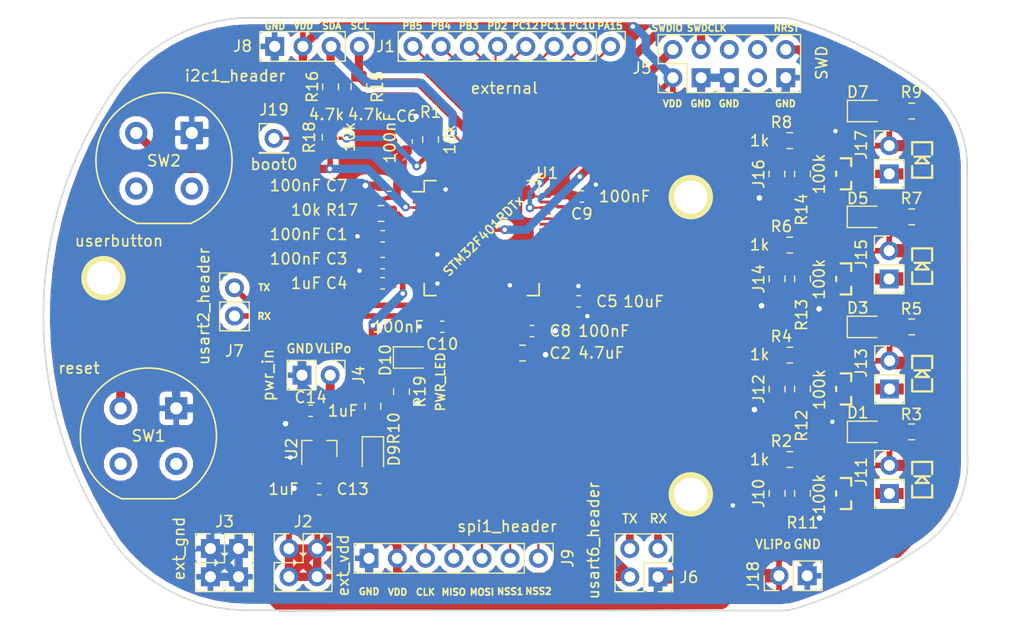
<source format=kicad_pcb>
(kicad_pcb (version 20171130) (host pcbnew 5.0.1)
  (layers (0 F.Cu signal) (31 B.Cu signal) (34 B.Paste user) (35 F.Paste user) (36 B.SilkS user) (37 F.SilkS user) (38 B.Mask user) (39 F.Mask user) (44 Edge.Cuts user))
  (net 0 "")
  (net 1 user_button)
  (net 2 "Net-(D1-Pad1)")
  (net 3 "Net-(D1-Pad2)")
  (net 4 VLiPo)
  (net 5 "Net-(D3-Pad1)")
  (net 6 "Net-(D3-Pad2)")
  (net 7 "Net-(D5-Pad1)")
  (net 8 "Net-(D5-Pad2)")
  (net 9 "Net-(D7-Pad2)")
  (net 10 "Net-(D7-Pad1)")
  (net 11 PA15)
  (net 12 PC10)
  (net 13 PC11)
  (net 14 PC12)
  (net 15 PD2)
  (net 16 PB3)
  (net 17 PB4)
  (net 18 PB5)
  (net 19 SWDIO)
  (net 20 SWDCLK)
  (net 21 USART2_TX)
  (net 22 USART2_RX)
  (net 23 SPI1NSS2)
  (net 24 SPI1NSS1)
  (net 25 SPI1CLK)
  (net 26 SPI1MISO)
  (net 27 SPI1MOSI)
  (net 28 USART6_TX)
  (net 29 PWM1)
  (net 30 PWM2)
  (net 31 PWM3)
  (net 32 PWM4)
  (net 33 I2C1_SDA)
  (net 34 I2C1_SCL)
  (net 35 "Net-(Q1-PadG)")
  (net 36 "Net-(Q2-PadG)")
  (net 37 "Net-(Q3-PadG)")
  (net 38 "Net-(Q4-PadG)")
  (net 39 user_led)
  (net 40 USART6_RX)
  (net 41 GND)
  (net 42 vcap1)
  (net 43 "Net-(D9-Pad1)")
  (net 44 VDD)
  (net 45 boot0)
  (net 46 "Net-(D10-Pad1)")
  (net 47 NRST)
  (net 48 "Net-(U1-Pad2)")
  (net 49 "Net-(U1-Pad4)")
  (net 50 "Net-(U1-Pad5)")
  (net 51 "Net-(U1-Pad6)")
  (net 52 "Net-(U1-Pad8)")
  (net 53 "Net-(U1-Pad9)")
  (net 54 "Net-(U1-Pad10)")
  (net 55 "Net-(U1-Pad11)")
  (net 56 "Net-(U1-Pad14)")
  (net 57 "Net-(U1-Pad20)")
  (net 58 "Net-(U1-Pad26)")
  (net 59 "Net-(U1-Pad27)")
  (net 60 "Net-(U1-Pad28)")
  (net 61 "Net-(U1-Pad29)")
  (net 62 "Net-(U1-Pad33)")
  (net 63 "Net-(U1-Pad34)")
  (net 64 "Net-(U1-Pad35)")
  (net 65 "Net-(U1-Pad36)")
  (net 66 "Net-(U1-Pad39)")
  (net 67 "Net-(U1-Pad40)")
  (net 68 "Net-(U1-Pad45)")
  (net 69 "Net-(U1-Pad61)")
  (net 70 "Net-(U1-Pad62)")
  (net 71 SWO)
  (net 72 "Net-(J5-Pad7)")
  (net 73 "Net-(J5-Pad8)")
  (module freetronics_footprints:1pin_prototyping (layer F.Cu) (at 73.98512 75.36688)
    (fp_text reference 1pin_prototyping hide)
    (fp_text value val** hide)
    (pad 1 thru_hole circle (at 0 0) (size 4 4) (drill 3) (layers *.Cu *.Mask F.SilkS))
  )
  (module freetronics_footprints:1pin_prototyping (layer F.Cu) (at 126.85268 94.82836)
    (fp_text reference 1pin_prototyping hide)
    (fp_text value val** hide)
    (pad 1 thru_hole circle (at 0 0) (size 4 4) (drill 3) (layers *.Cu *.Mask F.SilkS))
  )
  (module Connector_PinHeader_2.54mm:PinHeader_2x05_P2.54mm_Vertical (layer F.Cu) (at 125.23978 57.3278 90)
    (fp_text reference J5 (at 0.8636 -2.78638 180) (layer F.SilkS))
    (fp_text value SWD (at 1.3462 13.39342 90) (layer F.SilkS))
    (pad 1 thru_hole oval (at 0 0 90) (size 1.7 1.7) (drill 1) (layers *.Cu *.Mask) (net 44 VDD))
    (pad 2 thru_hole oval (at 2.54 0 90) (size 1.7 1.7) (drill 1) (layers *.Cu *.Mask) (net 19 SWDIO))
    (pad 3 thru_hole rect (at 0 2.54 90) (size 1.7 1.7) (drill 1) (layers *.Cu *.Mask) (net 41 GND))
    (pad 4 thru_hole oval (at 2.54 2.54 90) (size 1.7 1.7) (drill 1) (layers *.Cu *.Mask) (net 20 SWDCLK))
    (pad 5 thru_hole rect (at 0 5.08 90) (size 1.7 1.7) (drill 1) (layers *.Cu *.Mask) (net 41 GND))
    (pad 6 thru_hole oval (at 2.54 5.08 90) (size 1.7 1.7) (drill 1) (layers *.Cu *.Mask) (net 71 SWO))
    (pad 7 thru_hole oval (at 0 7.62 90) (size 1.7 1.7) (drill 1) (layers *.Cu *.Mask) (net 72 "Net-(J5-Pad7)"))
    (pad 8 thru_hole oval (at 2.54 7.62 90) (size 1.7 1.7) (drill 1) (layers *.Cu *.Mask) (net 73 "Net-(J5-Pad8)"))
    (pad 9 thru_hole rect (at 0 10.16 90) (size 1.7 1.7) (drill 1) (layers *.Cu *.Mask) (net 41 GND))
    (pad 10 thru_hole oval (at 2.54 10.16 90) (size 1.7 1.7) (drill 1) (layers *.Cu *.Mask) (net 47 NRST))
  )
  (module Package_QFP:LQFP-64_10x10mm_P0.5mm (layer F.Cu) (at 108.0262 71.76516)
    (fp_text reference U1 (at 5.89788 -5.85216) (layer F.SilkS))
    (fp_text value STM32F401RDTx (at 0.1524 -0.18796 45) (layer F.SilkS) (effects (font (size 0.8 0.8))))
    (pad 1 smd rect (at -5.7 -3.75) (size 1 0.25) (layers F.Cu F.Paste F.Mask) (net 44 VDD))
    (pad 2 smd rect (at -5.7 -3.25) (size 1 0.25) (layers F.Cu F.Paste F.Mask) (net 48 "Net-(U1-Pad2)"))
    (pad 3 smd rect (at -5.7 -2.75) (size 1 0.25) (layers F.Cu F.Paste F.Mask) (net 1 user_button))
    (pad 4 smd rect (at -5.7 -2.25) (size 1 0.25) (layers F.Cu F.Paste F.Mask) (net 49 "Net-(U1-Pad4)"))
    (pad 5 smd rect (at -5.7 -1.75) (size 1 0.25) (layers F.Cu F.Paste F.Mask) (net 50 "Net-(U1-Pad5)"))
    (pad 6 smd rect (at -5.7 -1.25) (size 1 0.25) (layers F.Cu F.Paste F.Mask) (net 51 "Net-(U1-Pad6)"))
    (pad 7 smd rect (at -5.7 -0.75) (size 1 0.25) (layers F.Cu F.Paste F.Mask) (net 47 NRST))
    (pad 8 smd rect (at -5.7 -0.25) (size 1 0.25) (layers F.Cu F.Paste F.Mask) (net 52 "Net-(U1-Pad8)"))
    (pad 9 smd rect (at -5.7 0.25) (size 1 0.25) (layers F.Cu F.Paste F.Mask) (net 53 "Net-(U1-Pad9)"))
    (pad 10 smd rect (at -5.7 0.75) (size 1 0.25) (layers F.Cu F.Paste F.Mask) (net 54 "Net-(U1-Pad10)"))
    (pad 11 smd rect (at -5.7 1.25) (size 1 0.25) (layers F.Cu F.Paste F.Mask) (net 55 "Net-(U1-Pad11)"))
    (pad 12 smd rect (at -5.7 1.75) (size 1 0.25) (layers F.Cu F.Paste F.Mask) (net 41 GND))
    (pad 13 smd rect (at -5.7 2.25) (size 1 0.25) (layers F.Cu F.Paste F.Mask) (net 44 VDD))
    (pad 14 smd rect (at -5.7 2.75) (size 1 0.25) (layers F.Cu F.Paste F.Mask) (net 56 "Net-(U1-Pad14)"))
    (pad 15 smd rect (at -5.7 3.25) (size 1 0.25) (layers F.Cu F.Paste F.Mask) (net 39 user_led))
    (pad 16 smd rect (at -5.7 3.75) (size 1 0.25) (layers F.Cu F.Paste F.Mask) (net 21 USART2_TX))
    (pad 17 smd rect (at -3.75 5.7 90) (size 1 0.25) (layers F.Cu F.Paste F.Mask) (net 22 USART2_RX))
    (pad 18 smd rect (at -3.25 5.7 90) (size 1 0.25) (layers F.Cu F.Paste F.Mask) (net 41 GND))
    (pad 19 smd rect (at -2.75 5.7 90) (size 1 0.25) (layers F.Cu F.Paste F.Mask) (net 44 VDD))
    (pad 20 smd rect (at -2.25 5.7 90) (size 1 0.25) (layers F.Cu F.Paste F.Mask) (net 57 "Net-(U1-Pad20)"))
    (pad 21 smd rect (at -1.75 5.7 90) (size 1 0.25) (layers F.Cu F.Paste F.Mask) (net 25 SPI1CLK))
    (pad 22 smd rect (at -1.25 5.7 90) (size 1 0.25) (layers F.Cu F.Paste F.Mask) (net 26 SPI1MISO))
    (pad 23 smd rect (at -0.75 5.7 90) (size 1 0.25) (layers F.Cu F.Paste F.Mask) (net 27 SPI1MOSI))
    (pad 24 smd rect (at -0.25 5.7 90) (size 1 0.25) (layers F.Cu F.Paste F.Mask) (net 24 SPI1NSS1))
    (pad 25 smd rect (at 0.25 5.7 90) (size 1 0.25) (layers F.Cu F.Paste F.Mask) (net 23 SPI1NSS2))
    (pad 26 smd rect (at 0.75 5.7 90) (size 1 0.25) (layers F.Cu F.Paste F.Mask) (net 58 "Net-(U1-Pad26)"))
    (pad 27 smd rect (at 1.25 5.7 90) (size 1 0.25) (layers F.Cu F.Paste F.Mask) (net 59 "Net-(U1-Pad27)"))
    (pad 28 smd rect (at 1.75 5.7 90) (size 1 0.25) (layers F.Cu F.Paste F.Mask) (net 60 "Net-(U1-Pad28)"))
    (pad 29 smd rect (at 2.25 5.7 90) (size 1 0.25) (layers F.Cu F.Paste F.Mask) (net 61 "Net-(U1-Pad29)"))
    (pad 30 smd rect (at 2.75 5.7 90) (size 1 0.25) (layers F.Cu F.Paste F.Mask) (net 42 vcap1))
    (pad 31 smd rect (at 3.25 5.7 90) (size 1 0.25) (layers F.Cu F.Paste F.Mask) (net 41 GND))
    (pad 32 smd rect (at 3.75 5.7 90) (size 1 0.25) (layers F.Cu F.Paste F.Mask) (net 44 VDD))
    (pad 33 smd rect (at 5.7 3.75) (size 1 0.25) (layers F.Cu F.Paste F.Mask) (net 62 "Net-(U1-Pad33)"))
    (pad 34 smd rect (at 5.7 3.25) (size 1 0.25) (layers F.Cu F.Paste F.Mask) (net 63 "Net-(U1-Pad34)"))
    (pad 35 smd rect (at 5.7 2.75) (size 1 0.25) (layers F.Cu F.Paste F.Mask) (net 64 "Net-(U1-Pad35)"))
    (pad 36 smd rect (at 5.7 2.25) (size 1 0.25) (layers F.Cu F.Paste F.Mask) (net 65 "Net-(U1-Pad36)"))
    (pad 37 smd rect (at 5.7 1.75) (size 1 0.25) (layers F.Cu F.Paste F.Mask) (net 28 USART6_TX))
    (pad 38 smd rect (at 5.7 1.25) (size 1 0.25) (layers F.Cu F.Paste F.Mask) (net 40 USART6_RX))
    (pad 39 smd rect (at 5.7 0.75) (size 1 0.25) (layers F.Cu F.Paste F.Mask) (net 66 "Net-(U1-Pad39)"))
    (pad 40 smd rect (at 5.7 0.25) (size 1 0.25) (layers F.Cu F.Paste F.Mask) (net 67 "Net-(U1-Pad40)"))
    (pad 41 smd rect (at 5.7 -0.25) (size 1 0.25) (layers F.Cu F.Paste F.Mask) (net 29 PWM1))
    (pad 42 smd rect (at 5.7 -0.75) (size 1 0.25) (layers F.Cu F.Paste F.Mask) (net 30 PWM2))
    (pad 43 smd rect (at 5.7 -1.25) (size 1 0.25) (layers F.Cu F.Paste F.Mask) (net 31 PWM3))
    (pad 44 smd rect (at 5.7 -1.75) (size 1 0.25) (layers F.Cu F.Paste F.Mask) (net 32 PWM4))
    (pad 45 smd rect (at 5.7 -2.25) (size 1 0.25) (layers F.Cu F.Paste F.Mask) (net 68 "Net-(U1-Pad45)"))
    (pad 46 smd rect (at 5.7 -2.75) (size 1 0.25) (layers F.Cu F.Paste F.Mask) (net 19 SWDIO))
    (pad 47 smd rect (at 5.7 -3.25) (size 1 0.25) (layers F.Cu F.Paste F.Mask) (net 41 GND))
    (pad 48 smd rect (at 5.7 -3.75) (size 1 0.25) (layers F.Cu F.Paste F.Mask) (net 44 VDD))
    (pad 49 smd rect (at 3.75 -5.7 90) (size 1 0.25) (layers F.Cu F.Paste F.Mask) (net 20 SWDCLK))
    (pad 50 smd rect (at 3.25 -5.7 90) (size 1 0.25) (layers F.Cu F.Paste F.Mask) (net 11 PA15))
    (pad 51 smd rect (at 2.75 -5.7 90) (size 1 0.25) (layers F.Cu F.Paste F.Mask) (net 12 PC10))
    (pad 52 smd rect (at 2.25 -5.7 90) (size 1 0.25) (layers F.Cu F.Paste F.Mask) (net 13 PC11))
    (pad 53 smd rect (at 1.75 -5.7 90) (size 1 0.25) (layers F.Cu F.Paste F.Mask) (net 14 PC12))
    (pad 54 smd rect (at 1.25 -5.7 90) (size 1 0.25) (layers F.Cu F.Paste F.Mask) (net 15 PD2))
    (pad 55 smd rect (at 0.75 -5.7 90) (size 1 0.25) (layers F.Cu F.Paste F.Mask) (net 16 PB3))
    (pad 56 smd rect (at 0.25 -5.7 90) (size 1 0.25) (layers F.Cu F.Paste F.Mask) (net 17 PB4))
    (pad 57 smd rect (at -0.25 -5.7 90) (size 1 0.25) (layers F.Cu F.Paste F.Mask) (net 18 PB5))
    (pad 58 smd rect (at -0.75 -5.7 90) (size 1 0.25) (layers F.Cu F.Paste F.Mask) (net 34 I2C1_SCL))
    (pad 59 smd rect (at -1.25 -5.7 90) (size 1 0.25) (layers F.Cu F.Paste F.Mask) (net 33 I2C1_SDA))
    (pad 60 smd rect (at -1.75 -5.7 90) (size 1 0.25) (layers F.Cu F.Paste F.Mask) (net 45 boot0))
    (pad 61 smd rect (at -2.25 -5.7 90) (size 1 0.25) (layers F.Cu F.Paste F.Mask) (net 69 "Net-(U1-Pad61)"))
    (pad 62 smd rect (at -2.75 -5.7 90) (size 1 0.25) (layers F.Cu F.Paste F.Mask) (net 70 "Net-(U1-Pad62)"))
    (pad 63 smd rect (at -3.25 -5.7 90) (size 1 0.25) (layers F.Cu F.Paste F.Mask) (net 41 GND))
    (pad 64 smd rect (at -3.75 -5.7 90) (size 1 0.25) (layers F.Cu F.Paste F.Mask) (net 44 VDD))
  )
  (module LED_SMD:LED_0805_2012Metric (layer F.Cu) (at 101.7651 82.5119)
    (fp_text reference D10 (at -2.413 0.2413 90) (layer F.SilkS))
    (fp_text value PWR_LED (at 2.5527 2.1971 270) (layer F.SilkS) (effects (font (size 0.8 0.8))))
    (pad 1 smd roundrect (at -0.9375 0) (size 0.975 1.4) (layers F.Cu F.Paste F.Mask) (net 46 "Net-(D10-Pad1)"))
    (pad 2 smd roundrect (at 0.9375 0) (size 0.975 1.4) (layers F.Cu F.Paste F.Mask) (net 44 VDD))
  )
  (module Resistor_SMD:R_0805_2012Metric (layer F.Cu) (at 100.8126 85.5853 270)
    (fp_text reference R19 (at 0 -1.65 270) (layer F.SilkS))
    (fp_text value 500)
    (pad 2 smd roundrect (at 0.9375 0 270) (size 0.975 1.4) (layers F.Cu F.Paste F.Mask) (net 41 GND))
    (pad 1 smd roundrect (at -0.9375 0 270) (size 0.975 1.4) (layers F.Cu F.Paste F.Mask) (net 46 "Net-(D10-Pad1)"))
  )
  (module Connector_PinHeader_2.54mm:PinHeader_1x01_P2.54mm_Vertical (layer F.Cu) (at 89.3318 62.7888)
    (fp_text reference J19 (at 0 -2.5781) (layer F.SilkS))
    (fp_text value boot0 (at 0 2.33) (layer F.SilkS))
    (pad 1 thru_hole oval (at 0 0) (size 1.7 1.7) (drill 1) (layers *.Cu *.Mask) (net 45 boot0))
  )
  (module Connector_PinHeader_2.54mm:PinHeader_1x02_P2.54mm_Vertical (layer F.Cu) (at 85.7758 76.2381)
    (fp_text reference J7 (at -0.0127 5.6896) (layer F.SilkS))
    (fp_text value usart2_header (at -2.7686 1.6637 90) (layer F.SilkS))
    (pad 2 thru_hole oval (at 0 2.54) (size 1.7 1.7) (drill 1) (layers *.Cu *.Mask) (net 22 USART2_RX))
    (pad 1 thru_hole oval (at 0 0) (size 1.7 1.7) (drill 1) (layers *.Cu *.Mask) (net 21 USART2_TX))
  )
  (module Resistor_SMD:R_0805_2012Metric (layer F.Cu) (at 94.3864 62.6872 270)
    (fp_text reference R18 (at 0.0127 1.8796 270) (layer F.SilkS))
    (fp_text value 10k (at -0.0254 -1.7145 270) (layer F.SilkS))
    (pad 1 smd roundrect (at -0.9375 0 270) (size 0.975 1.4) (layers F.Cu F.Paste F.Mask) (net 44 VDD))
    (pad 2 smd roundrect (at 0.9375 0 270) (size 0.975 1.4) (layers F.Cu F.Paste F.Mask) (net 1 user_button))
  )
  (module Resistor_SMD:R_0805_2012Metric (layer F.Cu) (at 98.9711 69.54774)
    (fp_text reference R17 (at -3.51911 -0.313055) (layer F.SilkS))
    (fp_text value 10k (at -6.764139 -0.315595) (layer F.SilkS))
    (pad 1 smd roundrect (at -0.9375 0) (size 0.975 1.4) (layers F.Cu F.Paste F.Mask) (net 44 VDD))
    (pad 2 smd roundrect (at 0.9375 0) (size 0.975 1.4) (layers F.Cu F.Paste F.Mask) (net 47 NRST))
  )
  (module teensy:mcp1700 (layer F.Cu) (at 93.41612 90.7415 90)
    (fp_text reference U2 (at 0 -2.5 90) (layer F.SilkS))
    (fp_text value MCP1700-3302E_TO92)
    (pad 2 smd rect (at 1 0 90) (size 0.9 0.8) (layers F.Cu F.Paste F.Mask) (net 4 VLiPo))
    (pad 3 smd rect (at -1 0.95 90) (size 0.9 0.8) (layers F.Cu F.Paste F.Mask) (net 44 VDD))
    (pad 1 smd rect (at -1 -0.95 90) (size 0.9 0.8) (layers F.Cu F.Paste F.Mask) (net 41 GND))
  )
  (module Capacitor_SMD:C_0603_1608Metric (layer F.Cu) (at 99.12096 71.60006 180)
    (fp_text reference C1 (at 4.145161 0.16891 180) (layer F.SilkS))
    (fp_text value 100nF (at 7.86638 0.16891 180) (layer F.SilkS))
    (pad 1 smd roundrect (at -0.7875 0 180) (size 0.875 0.95) (layers F.Cu F.Paste F.Mask) (net 47 NRST))
    (pad 2 smd roundrect (at 0.7875 0 180) (size 0.875 0.95) (layers F.Cu F.Paste F.Mask) (net 41 GND))
  )
  (module Capacitor_SMD:C_0805_2012Metric (layer F.Cu) (at 111.7092 82.11312)
    (fp_text reference C2 (at 3.3909 0.00762) (layer F.SilkS))
    (fp_text value 4.7uF (at 7.077104 -0.02032) (layer F.SilkS))
    (pad 1 smd roundrect (at -0.9375 0) (size 0.975 1.4) (layers F.Cu F.Paste F.Mask) (net 42 vcap1))
    (pad 2 smd roundrect (at 0.9375 0) (size 0.975 1.4) (layers F.Cu F.Paste F.Mask) (net 41 GND))
  )
  (module Capacitor_SMD:C_0603_1608Metric (layer F.Cu) (at 99.1108 74.0156 180)
    (fp_text reference C3 (at 4.135001 0.387985 180) (layer F.SilkS))
    (fp_text value 100nF (at 7.85622 0.385445 180) (layer F.SilkS))
    (pad 1 smd roundrect (at -0.7875 0 180) (size 0.875 0.95) (layers F.Cu F.Paste F.Mask) (net 44 VDD))
    (pad 2 smd roundrect (at 0.7875 0 180) (size 0.875 0.95) (layers F.Cu F.Paste F.Mask) (net 41 GND))
  )
  (module Capacitor_SMD:C_0603_1608Metric (layer F.Cu) (at 99.1108 75.8317 180)
    (fp_text reference C4 (at 4.135001 0.00762 180) (layer F.SilkS))
    (fp_text value 1uF (at 6.903839 0.00254 180) (layer F.SilkS))
    (pad 2 smd roundrect (at 0.7875 0 180) (size 0.875 0.95) (layers F.Cu F.Paste F.Mask) (net 41 GND))
    (pad 1 smd roundrect (at -0.7875 0 180) (size 0.875 0.95) (layers F.Cu F.Paste F.Mask) (net 44 VDD))
  )
  (module Capacitor_SMD:C_0603_1608Metric (layer F.Cu) (at 116.7638 77.4573)
    (fp_text reference C5 (at 2.53746 0) (layer F.SilkS))
    (fp_text value 10uF (at 5.82422 0.02032) (layer F.SilkS))
    (pad 1 smd roundrect (at -0.7875 0) (size 0.875 0.95) (layers F.Cu F.Paste F.Mask) (net 44 VDD))
    (pad 2 smd roundrect (at 0.7875 0) (size 0.875 0.95) (layers F.Cu F.Paste F.Mask) (net 41 GND))
  )
  (module Capacitor_SMD:C_0603_1608Metric (layer F.Cu) (at 101.2698 63.0682 90)
    (fp_text reference C6 (at 2.27838 0.00762 180) (layer F.SilkS))
    (fp_text value 100nF (at 0.3302 -1.50622 270) (layer F.SilkS))
    (pad 2 smd roundrect (at 0.7875 0 90) (size 0.875 0.95) (layers F.Cu F.Paste F.Mask) (net 41 GND))
    (pad 1 smd roundrect (at -0.7875 0 90) (size 0.875 0.95) (layers F.Cu F.Paste F.Mask) (net 44 VDD))
  )
  (module Capacitor_SMD:C_0603_1608Metric (layer F.Cu) (at 99.70262 67.04076 180)
    (fp_text reference C7 (at 4.726821 0.00254 180) (layer F.SilkS))
    (fp_text value 100nF (at 8.44804 0.00762 180) (layer F.SilkS))
    (pad 1 smd roundrect (at -0.7875 0 180) (size 0.875 0.95) (layers F.Cu F.Paste F.Mask) (net 44 VDD))
    (pad 2 smd roundrect (at 0.7875 0 180) (size 0.875 0.95) (layers F.Cu F.Paste F.Mask) (net 41 GND))
  )
  (module Capacitor_SMD:C_0603_1608Metric (layer F.Cu) (at 112.56518 80.137)
    (fp_text reference C8 (at 2.53492 -0.02032) (layer F.SilkS))
    (fp_text value 100nF (at 6.45922 0) (layer F.SilkS))
    (pad 2 smd roundrect (at 0.7875 0) (size 0.875 0.95) (layers F.Cu F.Paste F.Mask) (net 41 GND))
    (pad 1 smd roundrect (at -0.7875 0) (size 0.875 0.95) (layers F.Cu F.Paste F.Mask) (net 44 VDD))
  )
  (module Capacitor_SMD:C_0603_1608Metric (layer F.Cu) (at 117.0431 68.01612)
    (fp_text reference C9 (at 0.0001 1.56718) (layer F.SilkS))
    (fp_text value 100nF (at 3.8482 0.00508) (layer F.SilkS))
    (pad 1 smd roundrect (at -0.7875 0) (size 0.875 0.95) (layers F.Cu F.Paste F.Mask) (net 44 VDD))
    (pad 2 smd roundrect (at 0.7875 0) (size 0.875 0.95) (layers F.Cu F.Paste F.Mask) (net 41 GND))
  )
  (module Capacitor_SMD:C_0603_1608Metric (layer F.Cu) (at 104.47274 79.74584 180)
    (fp_text reference C10 (at -0.00254 -1.55702 180) (layer F.SilkS))
    (fp_text value 100nF (at 3.97256 0.00254 180) (layer F.SilkS))
    (pad 2 smd roundrect (at 0.7875 0 180) (size 0.875 0.95) (layers F.Cu F.Paste F.Mask) (net 41 GND))
    (pad 1 smd roundrect (at -0.7875 0 180) (size 0.875 0.95) (layers F.Cu F.Paste F.Mask) (net 44 VDD))
  )
  (module LED_SMD:LED_0805_2012Metric (layer F.Cu) (at 142.6337 89.2048)
    (fp_text reference D1 (at -0.75438 -1.7272) (layer F.SilkS))
    (fp_text value LED)
    (pad 1 smd roundrect (at -0.9375 0) (size 0.975 1.4) (layers F.Cu F.Paste F.Mask) (net 2 "Net-(D1-Pad1)"))
    (pad 2 smd roundrect (at 0.9375 0) (size 0.975 1.4) (layers F.Cu F.Paste F.Mask) (net 3 "Net-(D1-Pad2)"))
  )
  (module freetronics_footprints:LED-0805 (layer F.Cu) (at 147.678981 93.505841 90)
    (fp_text reference D2)
    (fp_text value DIODE)
    (pad A smd rect (at -0.89916 0 90) (size 0.79756 1.19888) (layers F.Cu F.Paste F.Mask) (net 2 "Net-(D1-Pad1)"))
    (pad K smd rect (at 0.89916 0 90) (size 0.79756 1.19888) (layers F.Cu F.Paste F.Mask) (net 4 VLiPo))
  )
  (module LED_SMD:LED_0805_2012Metric (layer F.Cu) (at 142.621 79.756)
    (fp_text reference D3 (at -0.74168 -1.70588) (layer F.SilkS))
    (fp_text value LED)
    (pad 1 smd roundrect (at -0.9375 0) (size 0.975 1.4) (layers F.Cu F.Paste F.Mask) (net 5 "Net-(D3-Pad1)"))
    (pad 2 smd roundrect (at 0.9375 0) (size 0.975 1.4) (layers F.Cu F.Paste F.Mask) (net 6 "Net-(D3-Pad2)"))
  )
  (module freetronics_footprints:LED-0805 (layer F.Cu) (at 147.678981 83.964441 90)
    (fp_text reference D4)
    (fp_text value DIODE)
    (pad A smd rect (at -0.89916 0 90) (size 0.79756 1.19888) (layers F.Cu F.Paste F.Mask) (net 5 "Net-(D3-Pad1)"))
    (pad K smd rect (at 0.89916 0 90) (size 0.79756 1.19888) (layers F.Cu F.Paste F.Mask) (net 4 VLiPo))
  )
  (module LED_SMD:LED_0805_2012Metric (layer F.Cu) (at 142.621 69.85)
    (fp_text reference D5 (at -0.74168 -1.66116) (layer F.SilkS))
    (fp_text value LED)
    (pad 1 smd roundrect (at -0.9375 0) (size 0.975 1.4) (layers F.Cu F.Paste F.Mask) (net 7 "Net-(D5-Pad1)"))
    (pad 2 smd roundrect (at 0.9375 0) (size 0.975 1.4) (layers F.Cu F.Paste F.Mask) (net 8 "Net-(D5-Pad2)"))
  )
  (module freetronics_footprints:LED-0805 (layer F.Cu) (at 147.678981 74.288201 90)
    (fp_text reference D6)
    (fp_text value DIODE)
    (pad K smd rect (at 0.89916 0 90) (size 0.79756 1.19888) (layers F.Cu F.Paste F.Mask) (net 4 VLiPo))
    (pad A smd rect (at -0.89916 0 90) (size 0.79756 1.19888) (layers F.Cu F.Paste F.Mask) (net 7 "Net-(D5-Pad1)"))
  )
  (module LED_SMD:LED_0805_2012Metric (layer F.Cu) (at 142.6337 60.325)
    (fp_text reference D7 (at -0.75438 -1.70588) (layer F.SilkS))
    (fp_text value LED)
    (pad 1 smd roundrect (at -0.9375 0) (size 0.975 1.4) (layers F.Cu F.Paste F.Mask) (net 10 "Net-(D7-Pad1)"))
    (pad 2 smd roundrect (at 0.9375 0) (size 0.975 1.4) (layers F.Cu F.Paste F.Mask) (net 9 "Net-(D7-Pad2)"))
  )
  (module freetronics_footprints:LED-0805 (layer F.Cu) (at 147.678981 64.727841 90)
    (fp_text reference D8)
    (fp_text value DIODE)
    (pad K smd rect (at 0.89916 0 90) (size 0.79756 1.19888) (layers F.Cu F.Paste F.Mask) (net 4 VLiPo))
    (pad A smd rect (at -0.89916 0 90) (size 0.79756 1.19888) (layers F.Cu F.Paste F.Mask) (net 10 "Net-(D7-Pad1)"))
  )
  (module LED_SMD:LED_0805_2012Metric (layer F.Cu) (at 98.2345 91.33332 270)
    (fp_text reference D9 (at 0 -1.905 270) (layer F.SilkS))
    (fp_text value LED)
    (pad 1 smd roundrect (at -0.9375 0 270) (size 0.975 1.4) (layers F.Cu F.Paste F.Mask) (net 43 "Net-(D9-Pad1)"))
    (pad 2 smd roundrect (at 0.9375 0 270) (size 0.975 1.4) (layers F.Cu F.Paste F.Mask) (net 44 VDD))
  )
  (module Connector_PinHeader_2.54mm:PinHeader_1x08_P2.54mm_Vertical (layer F.Cu) (at 119.6213 54.5084 270)
    (fp_text reference J1 (at 0 20.2438) (layer F.SilkS))
    (fp_text value external (at 3.7592 9.5504 180) (layer F.SilkS))
    (pad 1 thru_hole oval (at 0 0 270) (size 1.7 1.7) (drill 1) (layers *.Cu *.Mask) (net 11 PA15))
    (pad 2 thru_hole oval (at 0 2.54 270) (size 1.7 1.7) (drill 1) (layers *.Cu *.Mask) (net 12 PC10))
    (pad 3 thru_hole oval (at 0 5.08 270) (size 1.7 1.7) (drill 1) (layers *.Cu *.Mask) (net 13 PC11))
    (pad 4 thru_hole oval (at 0 7.62 270) (size 1.7 1.7) (drill 1) (layers *.Cu *.Mask) (net 14 PC12))
    (pad 5 thru_hole oval (at 0 10.16 270) (size 1.7 1.7) (drill 1) (layers *.Cu *.Mask) (net 15 PD2))
    (pad 6 thru_hole oval (at 0 12.7 270) (size 1.7 1.7) (drill 1) (layers *.Cu *.Mask) (net 16 PB3))
    (pad 7 thru_hole oval (at 0 15.24 270) (size 1.7 1.7) (drill 1) (layers *.Cu *.Mask) (net 17 PB4))
    (pad 8 thru_hole oval (at 0 17.78 270) (size 1.7 1.7) (drill 1) (layers *.Cu *.Mask) (net 18 PB5))
  )
  (module Resistor_SMD:R_0805_2012Metric (layer F.Cu) (at 134.62 94.742 90)
    (fp_text reference J10 (at 0 -1.6627 90) (layer F.SilkS))
    (fp_text value Conn_01x02_Female)
    (pad 1 smd roundrect (at -0.9375 0 90) (size 0.975 1.4) (layers F.Cu F.Paste F.Mask) (net 41 GND))
    (pad 2 smd roundrect (at 0.9375 0 90) (size 0.975 1.4) (layers F.Cu F.Paste F.Mask) (net 29 PWM1))
  )
  (module Connector_PinHeader_2.54mm:PinHeader_1x02_P2.54mm_Vertical (layer F.Cu) (at 144.730481 92.219681)
    (fp_text reference J11 (at -2.541281 0.591919 270) (layer F.SilkS))
    (fp_text value brushed_out)
    (pad 1 thru_hole oval (at 0 0) (size 1.7 1.7) (drill 1) (layers *.Cu *.Mask) (net 4 VLiPo))
    (pad 2 thru_hole rect (at 0 2.54) (size 1.7 1.7) (drill 1) (layers *.Cu *.Mask) (net 2 "Net-(D1-Pad1)"))
  )
  (module Resistor_SMD:R_0805_2012Metric (layer F.Cu) (at 134.62 85.344 90)
    (fp_text reference J12 (at 0 -1.6627 90) (layer F.SilkS))
    (fp_text value Conn_01x02_Female)
    (pad 1 smd roundrect (at -0.9375 0 90) (size 0.975 1.4) (layers F.Cu F.Paste F.Mask) (net 41 GND))
    (pad 2 smd roundrect (at 0.9375 0 90) (size 0.975 1.4) (layers F.Cu F.Paste F.Mask) (net 30 PWM2))
  )
  (module Connector_PinHeader_2.54mm:PinHeader_1x02_P2.54mm_Vertical (layer F.Cu) (at 144.745481 82.804)
    (fp_text reference J13 (at -2.556281 0.194732 90) (layer F.SilkS))
    (fp_text value brushed_out)
    (pad 1 thru_hole oval (at 0 0) (size 1.7 1.7) (drill 1) (layers *.Cu *.Mask) (net 4 VLiPo))
    (pad 2 thru_hole rect (at 0 2.54) (size 1.7 1.7) (drill 1) (layers *.Cu *.Mask) (net 5 "Net-(D3-Pad1)"))
  )
  (module Resistor_SMD:R_0805_2012Metric (layer F.Cu) (at 134.62 75.438 90)
    (fp_text reference J14 (at 0 -1.6627 90) (layer F.SilkS))
    (fp_text value Conn_01x02_Female)
    (pad 1 smd roundrect (at -0.9375 0 90) (size 0.975 1.4) (layers F.Cu F.Paste F.Mask) (net 41 GND))
    (pad 2 smd roundrect (at 0.9375 0 90) (size 0.975 1.4) (layers F.Cu F.Paste F.Mask) (net 31 PWM3))
  )
  (module Connector_PinHeader_2.54mm:PinHeader_1x02_P2.54mm_Vertical (layer F.Cu) (at 144.707121 72.898)
    (fp_text reference J15 (at -2.517921 0.287866 90) (layer F.SilkS))
    (fp_text value brushed_out)
    (pad 2 thru_hole rect (at 0 2.54) (size 1.7 1.7) (drill 1) (layers *.Cu *.Mask) (net 7 "Net-(D5-Pad1)"))
    (pad 1 thru_hole oval (at 0 0) (size 1.7 1.7) (drill 1) (layers *.Cu *.Mask) (net 4 VLiPo))
  )
  (module Resistor_SMD:R_0805_2012Metric (layer F.Cu) (at 134.6073 65.9892 90)
    (fp_text reference J16 (at 0 -1.65 90) (layer F.SilkS))
    (fp_text value Conn_01x02_Female)
    (pad 1 smd roundrect (at -0.9375 0 90) (size 0.975 1.4) (layers F.Cu F.Paste F.Mask) (net 41 GND))
    (pad 2 smd roundrect (at 0.9375 0 90) (size 0.975 1.4) (layers F.Cu F.Paste F.Mask) (net 32 PWM4))
  )
  (module Connector_PinHeader_2.54mm:PinHeader_1x02_P2.54mm_Vertical (layer F.Cu) (at 144.715001 63.441681)
    (fp_text reference J17 (at -2.525801 -0.068681 270) (layer F.SilkS))
    (fp_text value brushed_out)
    (pad 2 thru_hole rect (at 0 2.54) (size 1.7 1.7) (drill 1) (layers *.Cu *.Mask) (net 10 "Net-(D7-Pad1)"))
    (pad 1 thru_hole oval (at 0 0) (size 1.7 1.7) (drill 1) (layers *.Cu *.Mask) (net 4 VLiPo))
  )
  (module freetronics_footprints:SOT23_FET (layer F.Cu) (at 140.589 94.7547 270)
    (fp_text reference Q1)
    (fp_text value MOSFET_N hide)
    (pad S smd rect (at 0.94996 1.00076 270) (size 0.8001 0.89916) (layers F.Cu F.Paste F.Mask) (net 41 GND))
    (pad G smd rect (at -0.94996 1.00076 270) (size 0.8001 0.89916) (layers F.Cu F.Paste F.Mask) (net 35 "Net-(Q1-PadG)"))
    (pad D smd rect (at 0 -1.09982 270) (size 0.8001 0.89916) (layers F.Cu F.Paste F.Mask) (net 2 "Net-(D1-Pad1)"))
  )
  (module freetronics_footprints:SOT23_FET (layer F.Cu) (at 140.589 85.344 270)
    (fp_text reference Q2)
    (fp_text value MOSFET_N hide)
    (pad D smd rect (at 0 -1.09982 270) (size 0.8001 0.89916) (layers F.Cu F.Paste F.Mask) (net 5 "Net-(D3-Pad1)"))
    (pad G smd rect (at -0.94996 1.00076 270) (size 0.8001 0.89916) (layers F.Cu F.Paste F.Mask) (net 36 "Net-(Q2-PadG)"))
    (pad S smd rect (at 0.94996 1.00076 270) (size 0.8001 0.89916) (layers F.Cu F.Paste F.Mask) (net 41 GND))
  )
  (module freetronics_footprints:SOT23_FET (layer F.Cu) (at 140.589 75.438 270)
    (fp_text reference Q3)
    (fp_text value MOSFET_N hide)
    (pad D smd rect (at 0 -1.09982 270) (size 0.8001 0.89916) (layers F.Cu F.Paste F.Mask) (net 7 "Net-(D5-Pad1)"))
    (pad G smd rect (at -0.94996 1.00076 270) (size 0.8001 0.89916) (layers F.Cu F.Paste F.Mask) (net 37 "Net-(Q3-PadG)"))
    (pad S smd rect (at 0.94996 1.00076 270) (size 0.8001 0.89916) (layers F.Cu F.Paste F.Mask) (net 41 GND))
  )
  (module freetronics_footprints:SOT23_FET (layer F.Cu) (at 140.589 65.9765 270)
    (fp_text reference Q4)
    (fp_text value MOSFET_N hide)
    (pad S smd rect (at 0.94996 1.00076 270) (size 0.8001 0.89916) (layers F.Cu F.Paste F.Mask) (net 41 GND))
    (pad G smd rect (at -0.94996 1.00076 270) (size 0.8001 0.89916) (layers F.Cu F.Paste F.Mask) (net 38 "Net-(Q4-PadG)"))
    (pad D smd rect (at 0 -1.09982 270) (size 0.8001 0.89916) (layers F.Cu F.Paste F.Mask) (net 10 "Net-(D7-Pad1)"))
  )
  (module Resistor_SMD:R_0805_2012Metric (layer F.Cu) (at 103.4288 62.88532 90)
    (fp_text reference R1 (at 2.45872 0.00508 180) (layer F.SilkS))
    (fp_text value 10k (at 0.00508 1.71958 90) (layer F.SilkS))
    (pad 1 smd roundrect (at -0.9375 0 90) (size 0.975 1.4) (layers F.Cu F.Paste F.Mask) (net 45 boot0))
    (pad 2 smd roundrect (at 0.9375 0 90) (size 0.975 1.4) (layers F.Cu F.Paste F.Mask) (net 41 GND))
  )
  (module Resistor_SMD:R_0805_2012Metric (layer F.Cu) (at 135.763 91.694 180)
    (fp_text reference R2 (at 0.75692 1.651 180) (layer F.SilkS))
    (fp_text value 1k (at 2.7178 0 180) (layer F.SilkS))
    (pad 2 smd roundrect (at 0.9375 0 180) (size 0.975 1.4) (layers F.Cu F.Paste F.Mask) (net 29 PWM1))
    (pad 1 smd roundrect (at -0.9375 0 180) (size 0.975 1.4) (layers F.Cu F.Paste F.Mask) (net 35 "Net-(Q1-PadG)"))
  )
  (module Resistor_SMD:R_0805_2012Metric (layer F.Cu) (at 146.7358 89.2048 180)
    (fp_text reference R3 (at 0.03048 1.56972 180) (layer F.SilkS))
    (fp_text value 500)
    (pad 2 smd roundrect (at 0.9375 0 180) (size 0.975 1.4) (layers F.Cu F.Paste F.Mask) (net 3 "Net-(D1-Pad2)"))
    (pad 1 smd roundrect (at -0.9375 0 180) (size 0.975 1.4) (layers F.Cu F.Paste F.Mask) (net 4 VLiPo))
  )
  (module Resistor_SMD:R_0805_2012Metric (layer F.Cu) (at 135.763 82.296 180)
    (fp_text reference R4 (at 0.75692 1.68148 180) (layer F.SilkS))
    (fp_text value 1k (at 2.7178 0.0508 180) (layer F.SilkS))
    (pad 2 smd roundrect (at 0.9375 0 180) (size 0.975 1.4) (layers F.Cu F.Paste F.Mask) (net 30 PWM2))
    (pad 1 smd roundrect (at -0.9375 0 180) (size 0.975 1.4) (layers F.Cu F.Paste F.Mask) (net 36 "Net-(Q2-PadG)"))
  )
  (module Resistor_SMD:R_0805_2012Metric (layer F.Cu) (at 146.7358 79.756 180)
    (fp_text reference R5 (at 0.03048 1.62052 180) (layer F.SilkS))
    (fp_text value 500)
    (pad 1 smd roundrect (at -0.9375 0 180) (size 0.975 1.4) (layers F.Cu F.Paste F.Mask) (net 4 VLiPo))
    (pad 2 smd roundrect (at 0.9375 0 180) (size 0.975 1.4) (layers F.Cu F.Paste F.Mask) (net 6 "Net-(D3-Pad2)"))
  )
  (module Resistor_SMD:R_0805_2012Metric (layer F.Cu) (at 135.763 72.39 180)
    (fp_text reference R6 (at 0.75692 1.6764 180) (layer F.SilkS))
    (fp_text value 1k (at 2.7178 0.0254 180) (layer F.SilkS))
    (pad 1 smd roundrect (at -0.9375 0 180) (size 0.975 1.4) (layers F.Cu F.Paste F.Mask) (net 37 "Net-(Q3-PadG)"))
    (pad 2 smd roundrect (at 0.9375 0 180) (size 0.975 1.4) (layers F.Cu F.Paste F.Mask) (net 31 PWM3))
  )
  (module Resistor_SMD:R_0805_2012Metric (layer F.Cu) (at 146.7358 69.85 180)
    (fp_text reference R7 (at 0.03048 1.65608 180) (layer F.SilkS))
    (fp_text value 500)
    (pad 1 smd roundrect (at -0.9375 0 180) (size 0.975 1.4) (layers F.Cu F.Paste F.Mask) (net 4 VLiPo))
    (pad 2 smd roundrect (at 0.9375 0 180) (size 0.975 1.4) (layers F.Cu F.Paste F.Mask) (net 8 "Net-(D5-Pad2)"))
  )
  (module Resistor_SMD:R_0805_2012Metric (layer F.Cu) (at 135.763 62.992 180)
    (fp_text reference R8 (at 0.75692 1.651 180) (layer F.SilkS))
    (fp_text value 1k (at 2.7178 0 180) (layer F.SilkS))
    (pad 1 smd roundrect (at -0.9375 0 180) (size 0.975 1.4) (layers F.Cu F.Paste F.Mask) (net 38 "Net-(Q4-PadG)"))
    (pad 2 smd roundrect (at 0.9375 0 180) (size 0.975 1.4) (layers F.Cu F.Paste F.Mask) (net 32 PWM4))
  )
  (module Resistor_SMD:R_0805_2012Metric (layer F.Cu) (at 146.7358 60.325 180)
    (fp_text reference R9 (at 0.03048 1.70588 180) (layer F.SilkS))
    (fp_text value 500)
    (pad 1 smd roundrect (at -0.9375 0 180) (size 0.975 1.4) (layers F.Cu F.Paste F.Mask) (net 4 VLiPo))
    (pad 2 smd roundrect (at 0.9375 0 180) (size 0.975 1.4) (layers F.Cu F.Paste F.Mask) (net 9 "Net-(D7-Pad2)"))
  )
  (module Resistor_SMD:R_0805_2012Metric (layer F.Cu) (at 98.2345 86.89872 90)
    (fp_text reference R10 (at -1.98858 1.8796 90) (layer F.SilkS))
    (fp_text value 500)
    (pad 2 smd roundrect (at 0.9375 0 90) (size 0.975 1.4) (layers F.Cu F.Paste F.Mask) (net 39 user_led))
    (pad 1 smd roundrect (at -0.9375 0 90) (size 0.975 1.4) (layers F.Cu F.Paste F.Mask) (net 43 "Net-(D9-Pad1)"))
  )
  (module Resistor_SMD:R_0805_2012Metric (layer F.Cu) (at 136.906 94.742 90)
    (fp_text reference R11 (at -2.6416 0 180) (layer F.SilkS))
    (fp_text value 100k (at -0.07112 1.50368 90) (layer F.SilkS))
    (pad 1 smd roundrect (at -0.9375 0 90) (size 0.975 1.4) (layers F.Cu F.Paste F.Mask) (net 41 GND))
    (pad 2 smd roundrect (at 0.9375 0 90) (size 0.975 1.4) (layers F.Cu F.Paste F.Mask) (net 35 "Net-(Q1-PadG)"))
  )
  (module Resistor_SMD:R_0805_2012Metric (layer F.Cu) (at 136.906 85.344 90)
    (fp_text reference R12 (at -3.302 -0.08128 90) (layer F.SilkS))
    (fp_text value 100k (at -0.0508 1.524 90) (layer F.SilkS))
    (pad 2 smd roundrect (at 0.9375 0 90) (size 0.975 1.4) (layers F.Cu F.Paste F.Mask) (net 36 "Net-(Q2-PadG)"))
    (pad 1 smd roundrect (at -0.9375 0 90) (size 0.975 1.4) (layers F.Cu F.Paste F.Mask) (net 41 GND))
  )
  (module Resistor_SMD:R_0805_2012Metric (layer F.Cu) (at 136.906 75.438 90)
    (fp_text reference R13 (at -3.2385 -0.08128 90) (layer F.SilkS))
    (fp_text value 100k (at -0.0254 1.4986 90) (layer F.SilkS))
    (pad 2 smd roundrect (at 0.9375 0 90) (size 0.975 1.4) (layers F.Cu F.Paste F.Mask) (net 37 "Net-(Q3-PadG)"))
    (pad 1 smd roundrect (at -0.9375 0 90) (size 0.975 1.4) (layers F.Cu F.Paste F.Mask) (net 41 GND))
  )
  (module Resistor_SMD:R_0805_2012Metric (layer F.Cu) (at 136.906 65.9892 90)
    (fp_text reference R14 (at -3.21056 -0.08128 270) (layer F.SilkS))
    (fp_text value 100k (at 0 1.4986 90) (layer F.SilkS))
    (pad 2 smd roundrect (at 0.9375 0 90) (size 0.975 1.4) (layers F.Cu F.Paste F.Mask) (net 38 "Net-(Q4-PadG)"))
    (pad 1 smd roundrect (at -0.9375 0 90) (size 0.975 1.4) (layers F.Cu F.Paste F.Mask) (net 41 GND))
  )
  (module Resistor_SMD:R_0805_2012Metric (layer F.Cu) (at 96.97974 58.1406 270)
    (fp_text reference R15 (at 0 -1.65 270) (layer F.SilkS))
    (fp_text value 4.7k (at 2.5019 -0.59436) (layer F.SilkS))
    (pad 1 smd roundrect (at -0.9375 0 270) (size 0.975 1.4) (layers F.Cu F.Paste F.Mask) (net 34 I2C1_SCL))
    (pad 2 smd roundrect (at 0.9375 0 270) (size 0.975 1.4) (layers F.Cu F.Paste F.Mask) (net 44 VDD))
  )
  (module Resistor_SMD:R_0805_2012Metric (layer F.Cu) (at 94.4245 58.1406 90)
    (fp_text reference R16 (at 0 -1.65 90) (layer F.SilkS))
    (fp_text value 4.7k (at -2.5019 -0.3683 180) (layer F.SilkS))
    (pad 2 smd roundrect (at 0.9375 0 90) (size 0.975 1.4) (layers F.Cu F.Paste F.Mask) (net 33 I2C1_SDA))
    (pad 1 smd roundrect (at -0.9375 0 90) (size 0.975 1.4) (layers F.Cu F.Paste F.Mask) (net 44 VDD))
  )
  (module Button_Switch_THT:Push_E-Switch_KS01Q01 (layer F.Cu) (at 75.52944 87.08644)
    (fp_text reference SW1 (at 2.50698 2.48412) (layer F.SilkS))
    (fp_text value reset (at -3.74904 -3.62204) (layer F.SilkS))
    (pad 1 thru_hole circle (at 0 0) (size 2 2) (drill 1.1) (layers *.Cu *.Mask) (net 47 NRST))
    (pad 2 thru_hole rect (at 5 0) (size 2 2) (drill 1.1) (layers *.Cu *.Mask) (net 41 GND))
    (pad 4 thru_hole circle (at 5 5) (size 2 2) (drill 1.1) (layers *.Cu *.Mask))
    (pad 3 thru_hole circle (at 0 5) (size 2 2) (drill 1.1) (layers *.Cu *.Mask))
  )
  (module Button_Switch_THT:Push_E-Switch_KS01Q01 (layer F.Cu) (at 76.93152 62.30112)
    (fp_text reference SW2 (at 2.48666 2.5019) (layer F.SilkS))
    (fp_text value userbutton (at -1.55702 9.70788) (layer F.SilkS))
    (pad 3 thru_hole circle (at 0 5) (size 2 2) (drill 1.1) (layers *.Cu *.Mask))
    (pad 4 thru_hole circle (at 5 5) (size 2 2) (drill 1.1) (layers *.Cu *.Mask))
    (pad 2 thru_hole rect (at 5 0) (size 2 2) (drill 1.1) (layers *.Cu *.Mask) (net 41 GND))
    (pad 1 thru_hole circle (at 0 0) (size 2 2) (drill 1.1) (layers *.Cu *.Mask) (net 1 user_button))
  )
  (module Capacitor_SMD:C_0603_1608Metric (layer F.Cu) (at 92.6338 87.30488 180)
    (fp_text reference C14 (at 0 1.19888 180) (layer F.SilkS))
    (fp_text value 1uF (at -2.90068 -0.01016 180) (layer F.SilkS))
    (pad 2 smd roundrect (at 0.7875 0 180) (size 0.875 0.95) (layers F.Cu F.Paste F.Mask) (net 41 GND))
    (pad 1 smd roundrect (at -0.7875 0 180) (size 0.875 0.95) (layers F.Cu F.Paste F.Mask) (net 4 VLiPo))
  )
  (module Capacitor_SMD:C_0603_1608Metric (layer F.Cu) (at 93.40088 94.361 180)
    (fp_text reference C13 (at -3.01752 0 180) (layer F.SilkS))
    (fp_text value 1uF (at 3.2131 0 180) (layer F.SilkS))
    (pad 1 smd roundrect (at -0.7875 0 180) (size 0.875 0.95) (layers F.Cu F.Paste F.Mask) (net 44 VDD))
    (pad 2 smd roundrect (at 0.7875 0 180) (size 0.875 0.95) (layers F.Cu F.Paste F.Mask) (net 41 GND))
  )
  (module Connector_PinHeader_2.54mm:PinHeader_2x02_P2.54mm_Vertical (layer F.Cu) (at 90.68054 99.7077)
    (fp_text reference J2 (at 1.26746 -2.4257) (layer F.SilkS))
    (fp_text value ext_vdd (at 4.87426 1.5113 90) (layer F.SilkS))
    (pad 1 thru_hole oval (at 0 0) (size 1.7 1.7) (drill 1) (layers *.Cu *.Mask) (net 44 VDD))
    (pad 2 thru_hole oval (at 2.54 0) (size 1.7 1.7) (drill 1) (layers *.Cu *.Mask) (net 44 VDD))
    (pad 3 thru_hole oval (at 0 2.54) (size 1.7 1.7) (drill 1) (layers *.Cu *.Mask) (net 44 VDD))
    (pad 4 thru_hole oval (at 2.54 2.54) (size 1.7 1.7) (drill 1) (layers *.Cu *.Mask) (net 44 VDD))
  )
  (module Connector_PinHeader_2.54mm:PinHeader_2x02_P2.54mm_Vertical (layer F.Cu) (at 83.60664 99.71024)
    (fp_text reference J3 (at 1.27 -2.42824) (layer F.SilkS))
    (fp_text value ext_gnd (at -2.82448 -0.00508 90) (layer F.SilkS))
    (pad 4 thru_hole rect (at 2.54 2.54) (size 1.7 1.7) (drill 1) (layers *.Cu *.Mask) (net 41 GND))
    (pad 3 thru_hole rect (at 0 2.54) (size 1.7 1.7) (drill 1) (layers *.Cu *.Mask) (net 41 GND))
    (pad 2 thru_hole rect (at 2.54 0) (size 1.7 1.7) (drill 1) (layers *.Cu *.Mask) (net 41 GND))
    (pad 1 thru_hole rect (at 0 0) (size 1.7 1.7) (drill 1) (layers *.Cu *.Mask) (net 41 GND))
  )
  (module Connector_PinHeader_2.54mm:PinHeader_1x02_P2.54mm_Vertical (layer F.Cu) (at 94.38894 84.10194 270)
    (fp_text reference J4 (at 0 -2.57556 270) (layer F.SilkS))
    (fp_text value pwr_in (at -0.00254 5.60324 270) (layer F.SilkS))
    (pad 1 thru_hole oval (at 0 0 270) (size 1.7 1.7) (drill 1) (layers *.Cu *.Mask) (net 4 VLiPo))
    (pad 2 thru_hole rect (at 0 2.54 270) (size 1.7 1.7) (drill 1) (layers *.Cu *.Mask) (net 41 GND))
  )
  (module Connector_PinHeader_2.54mm:PinHeader_2x02_P2.54mm_Vertical (layer F.Cu) (at 123.9012 102.2604 180)
    (fp_text reference J6 (at -2.7813 -0.0381 180) (layer F.SilkS))
    (fp_text value usart6_header (at 5.81152 3.26644 270) (layer F.SilkS))
    (pad 1 thru_hole rect (at 0 0 180) (size 1.7 1.7) (drill 1) (layers *.Cu *.Mask) (net 41 GND))
    (pad 2 thru_hole oval (at 2.54 0 180) (size 1.7 1.7) (drill 1) (layers *.Cu *.Mask) (net 44 VDD))
    (pad 3 thru_hole oval (at 0 2.54 180) (size 1.7 1.7) (drill 1) (layers *.Cu *.Mask) (net 40 USART6_RX))
    (pad 4 thru_hole oval (at 2.54 2.54 180) (size 1.7 1.7) (drill 1) (layers *.Cu *.Mask) (net 28 USART6_TX))
  )
  (module Connector_PinHeader_2.54mm:PinHeader_1x04_P2.54mm_Vertical (layer F.Cu) (at 97.0153 54.5084 270)
    (fp_text reference J8 (at -0.0254 10.5156) (layer F.SilkS))
    (fp_text value i2c1_header (at 2.6416 11.1887) (layer F.SilkS))
    (pad 1 thru_hole oval (at 0 0 270) (size 1.7 1.7) (drill 1) (layers *.Cu *.Mask) (net 34 I2C1_SCL))
    (pad 2 thru_hole oval (at 0 2.54 270) (size 1.7 1.7) (drill 1) (layers *.Cu *.Mask) (net 33 I2C1_SDA))
    (pad 3 thru_hole oval (at 0 5.08 270) (size 1.7 1.7) (drill 1) (layers *.Cu *.Mask) (net 44 VDD))
    (pad 4 thru_hole rect (at 0 7.62 270) (size 1.7 1.7) (drill 1) (layers *.Cu *.Mask) (net 41 GND))
  )
  (module Connector_PinHeader_2.54mm:PinHeader_1x07_P2.54mm_Vertical (layer F.Cu) (at 113.1316 100.584 270)
    (fp_text reference J9 (at 0 -2.6416 270) (layer F.SilkS))
    (fp_text value spi1_header (at -2.8702 2.8194) (layer F.SilkS))
    (pad 1 thru_hole oval (at 0 0 270) (size 1.7 1.7) (drill 1) (layers *.Cu *.Mask) (net 23 SPI1NSS2))
    (pad 2 thru_hole oval (at 0 2.54 270) (size 1.7 1.7) (drill 1) (layers *.Cu *.Mask) (net 24 SPI1NSS1))
    (pad 3 thru_hole oval (at 0 5.08 270) (size 1.7 1.7) (drill 1) (layers *.Cu *.Mask) (net 27 SPI1MOSI))
    (pad 4 thru_hole oval (at 0 7.62 270) (size 1.7 1.7) (drill 1) (layers *.Cu *.Mask) (net 26 SPI1MISO))
    (pad 5 thru_hole oval (at 0 10.16 270) (size 1.7 1.7) (drill 1) (layers *.Cu *.Mask) (net 25 SPI1CLK))
    (pad 6 thru_hole oval (at 0 12.7 270) (size 1.7 1.7) (drill 1) (layers *.Cu *.Mask) (net 44 VDD))
    (pad 7 thru_hole rect (at 0 15.24 270) (size 1.7 1.7) (drill 1) (layers *.Cu *.Mask) (net 41 GND))
  )
  (module Connector_PinHeader_2.54mm:PinHeader_1x02_P2.54mm_Vertical (layer F.Cu) (at 134.79272 102.1588 90)
    (fp_text reference J18 (at 0 -2.33 90) (layer F.SilkS))
    (fp_text value pwr_in)
    (pad 1 thru_hole oval (at 0 0 90) (size 1.7 1.7) (drill 1) (layers *.Cu *.Mask) (net 4 VLiPo))
    (pad 2 thru_hole rect (at 0 2.54 90) (size 1.7 1.7) (drill 1) (layers *.Cu *.Mask) (net 41 GND))
  )
  (module freetronics_footprints:1pin_prototyping (layer F.Cu) (at 126.85268 68.07708)
    (fp_text reference 1pin_prototyping hide)
    (fp_text value val** hide)
    (pad 1 thru_hole circle (at 0 0) (size 4 4) (drill 3) (layers *.Cu *.Mask F.SilkS))
  )
  (gr_text GND (at 137.3378 99.3267) (layer F.SilkS) (effects (font (size 0.8 0.8))))
  (gr_text VLiPo (at 134.26948 99.32924) (layer F.SilkS) (effects (font (size 0.8 0.8))))
  (gr_text GND (at 91.67876 81.71688) (layer F.SilkS) (effects (font (size 0.8 0.8))))
  (gr_text GND (at 135.3693 59.6646) (layer F.SilkS) (effects (font (size 0.6 0.6))))
  (gr_text GND (at 130.2893 59.6646) (layer F.SilkS) (effects (font (size 0.6 0.6))))
  (gr_text GND (at 127.7493 59.6646) (layer F.SilkS) (effects (font (size 0.6 0.6))))
  (gr_text VDD (at 125.2093 59.6646) (layer F.SilkS) (effects (font (size 0.6 0.6))))
  (gr_arc (start 134.83844 99.50196) (end 136.829799 104.937559) (angle 22.07820676) (layer Edge.Cuts) (width 0.15))
  (gr_arc (start 134.868921 57.718959) (end 136.86028 52.28336) (angle -22.07820676) (layer Edge.Cuts) (width 0.15))
  (gr_arc (start 86.94928 90.323747) (end 86.94928 105.26268) (angle 53.3375523) (layer Edge.Cuts) (width 0.15))
  (gr_arc (start 87.243721 66.87267) (end 87.243721 51.933737) (angle -53.3375523) (layer Edge.Cuts) (width 0.15))
  (gr_arc (start 142.7226 91.93276) (end 151.75992 91.93276) (angle 55.5251967) (layer Edge.Cuts) (width 0.15))
  (gr_arc (start 142.692161 65.260542) (end 151.729481 65.260542) (angle -55.5251967) (layer Edge.Cuts) (width 0.15))
  (gr_text NRST (at 135.45058 52.8574) (layer F.SilkS) (effects (font (size 0.6 0.6))))
  (gr_text SWDCLK (at 128.28778 52.8574) (layer F.SilkS) (effects (font (size 0.6 0.6))))
  (gr_text SWDIO (at 124.73178 52.8574) (layer F.SilkS) (effects (font (size 0.6 0.6))))
  (gr_text RX (at 123.9266 97.02292) (layer F.SilkS) (effects (font (size 0.8 0.8))))
  (gr_text TX (at 121.3612 97.02292) (layer F.SilkS) (effects (font (size 0.8 0.8))))
  (gr_text NSS2 (at 113.1316 103.5558) (layer F.SilkS) (effects (font (size 0.6 0.6))))
  (gr_text NSS1 (at 110.5916 103.5812) (layer F.SilkS) (effects (font (size 0.6 0.6))))
  (gr_text MOSI (at 108.0516 103.632) (layer F.SilkS) (effects (font (size 0.6 0.6))))
  (gr_text MISO (at 105.5116 103.632) (layer F.SilkS) (effects (font (size 0.6 0.6))))
  (gr_text CLK (at 102.9716 103.632) (layer F.SilkS) (effects (font (size 0.6 0.6))))
  (gr_text VDD (at 100.457 103.632) (layer F.SilkS) (effects (font (size 0.6 0.6))))
  (gr_text GND (at 97.8916 103.5812) (layer F.SilkS) (effects (font (size 0.6 0.6))))
  (gr_text VLiPo (at 94.68104 81.70164) (layer F.SilkS) (effects (font (size 0.8 0.8))))
  (gr_text RX (at 88.4428 78.8035) (layer F.SilkS) (effects (font (size 0.6 0.6))))
  (gr_text TX (at 88.4428 76.2127) (layer F.SilkS) (effects (font (size 0.6 0.6))))
  (gr_text SCL (at 97.0661 52.6669) (layer F.SilkS) (effects (font (size 0.6 0.6))))
  (gr_text SDA (at 94.5261 52.6669) (layer F.SilkS) (effects (font (size 0.6 0.6))))
  (gr_text VDD (at 91.9861 52.6669) (layer F.SilkS) (effects (font (size 0.6 0.6))))
  (gr_text GND (at 89.4207 52.6923) (layer F.SilkS) (effects (font (size 0.6 0.6))))
  (gr_text PA15 (at 119.5705 52.6669) (layer F.SilkS) (effects (font (size 0.6 0.6))))
  (gr_text PC10 (at 117.0559 52.6415) (layer F.SilkS) (effects (font (size 0.6 0.6))))
  (gr_text PC11 (at 114.4905 52.6415) (layer F.SilkS) (effects (font (size 0.6 0.6))))
  (gr_text PC12 (at 111.9505 52.6415) (layer F.SilkS) (effects (font (size 0.6 0.6))))
  (gr_text PD2 (at 109.4359 52.6669) (layer F.SilkS) (effects (font (size 0.6 0.6))))
  (gr_text PB3 (at 106.8705 52.6669) (layer F.SilkS) (effects (font (size 0.6 0.6))))
  (gr_text PB4 (at 104.3559 52.6669) (layer F.SilkS) (effects (font (size 0.6 0.6))))
  (gr_text PB5 (at 101.7905 52.6669) (layer F.SilkS) (effects (font (size 0.6 0.6))))
  (gr_arc (start 104.4448 78.7908) (end 75.25512 57.94756) (angle -70.31486239) (layer Edge.Cuts) (width 0.15))
  (gr_line (start 134.63524 105.28808) (end 86.9442 105.26268) (layer Edge.Cuts) (width 0.15))
  (gr_arc (start 123.317001 64.516001) (end 147.83308 99.38512) (angle 16.5957571) (layer Edge.Cuts) (width 0.15))
  (gr_arc (start 123.317 92.709999) (end 147.79752 57.80024) (angle -16.47321353) (layer Edge.Cuts) (width 0.15))
  (gr_line (start 151.72944 65.25768) (end 151.75484 91.96832) (layer Edge.Cuts) (width 0.15))
  (gr_line (start 87.2236 51.93792) (end 134.70128 51.93792) (layer Edge.Cuts) (width 0.15))
  (segment (start 102.3262 69.01516) (end 101.6262 69.01516) (width 0.2) (layer F.Cu) (net 1))
  (via (at 101.1682 68.961) (size 0.8) (drill 0.4) (layers F.Cu B.Cu) (net 1))
  (segment (start 101.6262 69.01516) (end 101.22236 69.01516) (width 0.2) (layer F.Cu) (net 1))
  (segment (start 101.22236 69.01516) (end 101.1682 68.961) (width 0.2) (layer F.Cu) (net 1))
  (via (at 94.361 65.532) (size 0.8) (drill 0.4) (layers F.Cu B.Cu) (net 1))
  (segment (start 80.1624 65.532) (end 76.93152 62.30112) (width 0.75) (layer F.Cu) (net 1))
  (segment (start 94.361 65.532) (end 80.1624 65.532) (width 0.75) (layer F.Cu) (net 1))
  (segment (start 97.7392 65.532) (end 101.1682 68.961) (width 0.75) (layer B.Cu) (net 1))
  (segment (start 94.361 65.532) (end 97.7392 65.532) (width 0.75) (layer B.Cu) (net 1))
  (segment (start 94.3864 65.5066) (end 94.361 65.532) (width 0.2) (layer F.Cu) (net 1))
  (segment (start 94.3864 63.6247) (end 94.3864 65.5066) (width 0.5) (layer F.Cu) (net 1))
  (segment (start 141.68882 89.21218) (end 141.6962 89.2048) (width 0.75) (layer F.Cu) (net 2))
  (segment (start 144.7255 94.7547) (end 144.730481 94.759681) (width 0.75) (layer F.Cu) (net 2))
  (segment (start 142.4432 94.67342) (end 141.68882 93.91904) (width 0.5) (layer F.Cu) (net 2))
  (segment (start 142.4432 94.7547) (end 142.4432 94.67342) (width 0.5) (layer F.Cu) (net 2))
  (segment (start 141.68882 93.91904) (end 141.68882 89.21218) (width 0.75) (layer F.Cu) (net 2))
  (segment (start 141.68882 94.7547) (end 141.68882 93.91904) (width 0.75) (layer F.Cu) (net 2))
  (segment (start 142.4432 94.7547) (end 144.7255 94.7547) (width 0.75) (layer F.Cu) (net 2))
  (segment (start 141.68882 94.7547) (end 142.4432 94.7547) (width 0.75) (layer F.Cu) (net 2))
  (segment (start 147.324301 94.759681) (end 147.678981 94.405001) (width 1) (layer F.Cu) (net 2))
  (segment (start 144.730481 94.759681) (end 147.324301 94.759681) (width 1) (layer F.Cu) (net 2))
  (segment (start 142.8755 94.7547) (end 142.880481 94.759681) (width 1) (layer F.Cu) (net 2))
  (segment (start 141.73783 94.7547) (end 142.8755 94.7547) (width 1) (layer F.Cu) (net 2))
  (segment (start 141.73783 90.04643) (end 141.73783 94.7547) (width 1) (layer F.Cu) (net 2))
  (segment (start 142.880481 94.759681) (end 144.730481 94.759681) (width 1) (layer F.Cu) (net 2))
  (segment (start 141.6962 90.0048) (end 141.73783 90.04643) (width 1) (layer F.Cu) (net 2))
  (segment (start 141.6962 89.2048) (end 141.6962 90.0048) (width 1) (layer F.Cu) (net 2))
  (segment (start 143.5712 89.2048) (end 145.7983 89.2048) (width 1.2) (layer F.Cu) (net 3))
  (segment (start 147.678981 79.761681) (end 147.6733 79.756) (width 0.75) (layer F.Cu) (net 4))
  (segment (start 147.6733 73.38336) (end 147.678981 73.389041) (width 0.75) (layer F.Cu) (net 4))
  (segment (start 145.102001 63.828681) (end 144.715001 63.441681) (width 0.75) (layer F.Cu) (net 4))
  (segment (start 148.2608 89.2048) (end 149.6441 87.8215) (width 0.75) (layer F.Cu) (net 4))
  (segment (start 147.6733 89.2048) (end 148.2608 89.2048) (width 0.75) (layer F.Cu) (net 4))
  (segment (start 147.6733 72.8218) (end 147.6733 73.38336) (width 0.75) (layer F.Cu) (net 4))
  (segment (start 147.6733 63.3349) (end 147.6733 63.823) (width 0.75) (layer F.Cu) (net 4))
  (segment (start 93.41612 89.7415) (end 91.348698 89.7415) (width 1.5) (layer F.Cu) (net 4))
  (segment (start 93.41612 87.31006) (end 93.4213 87.30488) (width 0.75) (layer F.Cu) (net 4))
  (segment (start 93.41612 89.7415) (end 93.41612 87.31006) (width 0.75) (layer F.Cu) (net 4))
  (segment (start 94.38894 85.73008) (end 94.38894 84.10194) (width 0.75) (layer F.Cu) (net 4))
  (segment (start 146.92884 63.62978) (end 147.6733 62.88532) (width 0.5) (layer F.Cu) (net 4))
  (segment (start 147.6733 62.88532) (end 147.6733 63.3349) (width 0.75) (layer F.Cu) (net 4))
  (segment (start 147.678981 63.828681) (end 146.92884 63.828681) (width 0.75) (layer F.Cu) (net 4))
  (segment (start 146.75104 72.898) (end 146.90622 72.898) (width 0.5) (layer F.Cu) (net 4))
  (segment (start 146.90622 72.898) (end 147.6733 72.13092) (width 0.5) (layer F.Cu) (net 4))
  (segment (start 147.6733 72.13092) (end 147.6733 72.8218) (width 0.75) (layer F.Cu) (net 4))
  (segment (start 147.6733 69.85) (end 147.6733 72.13092) (width 0.75) (layer F.Cu) (net 4))
  (segment (start 146.75104 72.898) (end 147.18794 72.898) (width 0.75) (layer F.Cu) (net 4))
  (segment (start 144.707121 72.898) (end 146.75104 72.898) (width 0.75) (layer F.Cu) (net 4))
  (segment (start 146.62404 82.804) (end 147.008421 82.804) (width 0.5) (layer F.Cu) (net 4))
  (segment (start 144.745481 82.804) (end 146.62404 82.804) (width 0.75) (layer F.Cu) (net 4))
  (segment (start 146.77136 92.219681) (end 146.888539 92.219681) (width 0.5) (layer F.Cu) (net 4))
  (segment (start 147.6733 91.43492) (end 147.6733 92.601) (width 0.75) (layer F.Cu) (net 4))
  (segment (start 147.6733 89.2048) (end 147.6733 91.43492) (width 0.75) (layer F.Cu) (net 4))
  (segment (start 146.888539 92.219681) (end 147.6733 91.43492) (width 0.5) (layer F.Cu) (net 4))
  (segment (start 146.77136 92.219681) (end 147.291981 92.219681) (width 0.75) (layer F.Cu) (net 4))
  (segment (start 144.730481 92.219681) (end 146.77136 92.219681) (width 0.75) (layer F.Cu) (net 4))
  (segment (start 147.6733 63.823) (end 147.678981 63.828681) (width 1.2) (layer F.Cu) (net 4))
  (segment (start 147.18794 72.898) (end 147.678981 73.389041) (width 1.2) (layer F.Cu) (net 4))
  (segment (start 144.707121 72.898) (end 147.18794 72.898) (width 1.2) (layer F.Cu) (net 4))
  (segment (start 147.678981 69.855681) (end 147.6733 69.85) (width 1.2) (layer F.Cu) (net 4))
  (segment (start 147.678981 73.389041) (end 147.678981 69.855681) (width 1.2) (layer F.Cu) (net 4))
  (segment (start 147.6733 79.756) (end 147.6733 83.0596) (width 1.2) (layer F.Cu) (net 4))
  (segment (start 149.6441 87.234) (end 149.6441 87.8215) (width 1.2) (layer F.Cu) (net 4))
  (segment (start 149.6441 95.6437) (end 149.6568 95.6564) (width 1.2) (layer F.Cu) (net 4))
  (segment (start 149.6441 87.234) (end 149.6441 95.6437) (width 1.2) (layer F.Cu) (net 4))
  (segment (start 146.62404 82.804) (end 147.4177 82.804) (width 0.75) (layer F.Cu) (net 4))
  (segment (start 147.6733 92.601) (end 147.678981 92.606681) (width 1.2) (layer F.Cu) (net 4))
  (segment (start 147.6733 89.2048) (end 147.6733 92.601) (width 1.2) (layer F.Cu) (net 4))
  (segment (start 147.6733 89.2048) (end 149.6441 87.234) (width 1.2) (layer F.Cu) (net 4))
  (segment (start 149.6441 95.6691) (end 145.3642 99.949) (width 1.2) (layer F.Cu) (net 4))
  (segment (start 149.6441 95.6437) (end 149.6441 95.6691) (width 1.2) (layer F.Cu) (net 4))
  (segment (start 134.0358 99.949) (end 131.56692 102.41788) (width 1.2) (layer F.Cu) (net 4))
  (segment (start 145.3642 99.949) (end 134.0358 99.949) (width 1.2) (layer F.Cu) (net 4))
  (segment (start 131.826 102.1588) (end 134.79272 102.1588) (width 1.2) (layer F.Cu) (net 4))
  (segment (start 131.56692 102.41788) (end 131.826 102.1588) (width 1.2) (layer F.Cu) (net 4))
  (segment (start 91.51612 89.7415) (end 93.41612 89.7415) (width 1.5) (layer F.Cu) (net 4))
  (segment (start 89.64168 90.12428) (end 91.239419 90.018201) (width 1.5) (layer F.Cu) (net 4))
  (segment (start 91.239419 90.018201) (end 91.51612 89.7415) (width 1.5) (layer F.Cu) (net 4))
  (segment (start 131.56692 102.41788) (end 129.574424 104.410375) (width 1.5) (layer F.Cu) (net 4))
  (segment (start 129.574424 104.410375) (end 129.372887 104.410268) (width 1.5) (layer F.Cu) (net 4))
  (segment (start 129.372887 104.410268) (end 89.93082 104.61202) (width 1.5) (layer F.Cu) (net 4))
  (segment (start 89.93082 104.61202) (end 88.4936 103.1748) (width 1.5) (layer F.Cu) (net 4))
  (segment (start 88.4936 103.1748) (end 88.4936 91.27236) (width 1.5) (layer F.Cu) (net 4))
  (segment (start 88.4936 91.27236) (end 89.64168 90.12428) (width 1.5) (layer F.Cu) (net 4))
  (segment (start 93.4213 86.69772) (end 94.38894 85.73008) (width 0.8) (layer F.Cu) (net 4))
  (segment (start 93.4213 87.30488) (end 93.4213 86.69772) (width 0.8) (layer F.Cu) (net 4))
  (segment (start 94.38894 86.33724) (end 93.4213 87.30488) (width 0.8) (layer F.Cu) (net 4))
  (segment (start 94.38894 84.10194) (end 94.38894 86.33724) (width 0.8) (layer F.Cu) (net 4))
  (segment (start 145.006762 83.065281) (end 144.745481 82.804) (width 1) (layer F.Cu) (net 4))
  (segment (start 147.678981 83.065281) (end 145.006762 83.065281) (width 1) (layer F.Cu) (net 4))
  (segment (start 147.291981 92.219681) (end 147.678981 92.606681) (width 1) (layer F.Cu) (net 4))
  (segment (start 144.730481 92.219681) (end 147.291981 92.219681) (width 1) (layer F.Cu) (net 4))
  (segment (start 146.4945 63.441681) (end 146.563219 63.441681) (width 1) (layer F.Cu) (net 4))
  (segment (start 147.6733 62.3316) (end 147.6733 63.823) (width 1.2) (layer F.Cu) (net 4))
  (segment (start 147.6733 60.325) (end 147.6733 62.3316) (width 1.2) (layer F.Cu) (net 4))
  (segment (start 146.4945 63.441681) (end 147.291981 63.441681) (width 1) (layer F.Cu) (net 4))
  (segment (start 146.563219 63.441681) (end 147.6733 62.3316) (width 1) (layer F.Cu) (net 4))
  (segment (start 144.715001 63.441681) (end 146.4945 63.441681) (width 1) (layer F.Cu) (net 4))
  (segment (start 149.478421 63.828681) (end 147.678981 63.828681) (width 1.2) (layer F.Cu) (net 4))
  (segment (start 149.6695 64.01976) (end 149.478421 63.828681) (width 1.2) (layer F.Cu) (net 4))
  (segment (start 149.6695 67.8538) (end 149.6695 64.01976) (width 1.2) (layer F.Cu) (net 4))
  (segment (start 147.6733 69.85) (end 149.6695 67.8538) (width 1.2) (layer F.Cu) (net 4))
  (segment (start 149.6695 73.58012) (end 149.478421 73.389041) (width 1.2) (layer F.Cu) (net 4))
  (segment (start 149.6695 77.7598) (end 149.6695 73.58012) (width 1.2) (layer F.Cu) (net 4))
  (segment (start 149.478421 73.389041) (end 147.678981 73.389041) (width 1.2) (layer F.Cu) (net 4))
  (segment (start 147.6733 79.756) (end 149.6695 77.7598) (width 1.2) (layer F.Cu) (net 4))
  (segment (start 149.478421 83.065281) (end 147.678981 83.065281) (width 1.2) (layer F.Cu) (net 4))
  (segment (start 149.6441 83.23096) (end 149.478421 83.065281) (width 1.2) (layer F.Cu) (net 4))
  (segment (start 149.6441 87.234) (end 149.6441 83.23096) (width 1.2) (layer F.Cu) (net 4))
  (segment (start 141.6835 85.33868) (end 141.68882 85.344) (width 0.75) (layer F.Cu) (net 5))
  (segment (start 141.68882 84.4677) (end 142.56512 85.344) (width 0.5) (layer F.Cu) (net 5))
  (segment (start 141.68882 84.35872) (end 141.68882 84.4677) (width 0.5) (layer F.Cu) (net 5))
  (segment (start 141.6835 84.3534) (end 141.68882 84.35872) (width 0.5) (layer F.Cu) (net 5))
  (segment (start 141.6835 79.756) (end 141.6835 84.3534) (width 0.75) (layer F.Cu) (net 5))
  (segment (start 141.6835 84.3534) (end 141.6835 85.33868) (width 0.75) (layer F.Cu) (net 5))
  (segment (start 142.56512 85.344) (end 144.745481 85.344) (width 0.75) (layer F.Cu) (net 5))
  (segment (start 141.68882 85.344) (end 142.56512 85.344) (width 0.75) (layer F.Cu) (net 5))
  (segment (start 144.745481 85.344) (end 141.73783 85.344) (width 1) (layer F.Cu) (net 5))
  (segment (start 147.198582 85.344) (end 147.678981 84.863601) (width 1) (layer F.Cu) (net 5))
  (segment (start 144.745481 85.344) (end 147.198582 85.344) (width 1) (layer F.Cu) (net 5))
  (segment (start 141.73783 83.058351) (end 141.73783 85.344) (width 1) (layer F.Cu) (net 5))
  (segment (start 141.6835 83.00402) (end 141.73783 83.058351) (width 1) (layer F.Cu) (net 5))
  (segment (start 141.6835 79.756) (end 141.6835 83.00402) (width 1) (layer F.Cu) (net 5))
  (segment (start 145.7983 79.756) (end 143.5585 79.756) (width 1.2) (layer F.Cu) (net 6))
  (segment (start 141.68882 69.85532) (end 141.6835 69.85) (width 0.75) (layer F.Cu) (net 7))
  (segment (start 141.75232 74.6506) (end 142.53972 75.438) (width 0.5) (layer F.Cu) (net 7))
  (segment (start 141.68882 74.6506) (end 141.75232 74.6506) (width 0.5) (layer F.Cu) (net 7))
  (segment (start 142.53972 75.438) (end 141.68882 75.438) (width 0.75) (layer F.Cu) (net 7))
  (segment (start 144.707121 75.438) (end 142.53972 75.438) (width 0.75) (layer F.Cu) (net 7))
  (segment (start 141.68882 74.6506) (end 141.68882 69.85532) (width 0.75) (layer F.Cu) (net 7))
  (segment (start 141.68882 75.438) (end 141.68882 74.6506) (width 0.75) (layer F.Cu) (net 7))
  (segment (start 147.428342 75.438) (end 147.678981 75.187361) (width 1.2) (layer F.Cu) (net 7))
  (segment (start 144.707121 75.438) (end 147.428342 75.438) (width 1.2) (layer F.Cu) (net 7))
  (segment (start 141.73783 75.438) (end 144.707121 75.438) (width 1) (layer F.Cu) (net 7))
  (segment (start 141.73783 70.70433) (end 141.73783 75.438) (width 1) (layer F.Cu) (net 7))
  (segment (start 141.6835 70.65) (end 141.73783 70.70433) (width 1) (layer F.Cu) (net 7))
  (segment (start 141.6835 69.85) (end 141.6835 70.65) (width 1) (layer F.Cu) (net 7))
  (segment (start 143.5585 69.85) (end 145.7983 69.85) (width 1) (layer F.Cu) (net 8))
  (segment (start 143.5712 60.325) (end 145.7983 60.325) (width 1.2) (layer F.Cu) (net 9))
  (segment (start 141.68882 60.33238) (end 141.6962 60.325) (width 0.25) (layer F.Cu) (net 10))
  (segment (start 141.6962 65.96912) (end 141.68882 65.9765) (width 0.75) (layer F.Cu) (net 10))
  (segment (start 141.694001 65.981681) (end 141.68882 65.9765) (width 0.75) (layer F.Cu) (net 10))
  (segment (start 141.6962 65.23228) (end 141.739519 65.23228) (width 0.5) (layer F.Cu) (net 10))
  (segment (start 141.739519 65.23228) (end 142.48892 65.981681) (width 0.5) (layer F.Cu) (net 10))
  (segment (start 142.48892 65.981681) (end 141.694001 65.981681) (width 0.75) (layer F.Cu) (net 10))
  (segment (start 141.6962 65.23228) (end 141.6962 65.96912) (width 0.75) (layer F.Cu) (net 10))
  (segment (start 144.715001 65.981681) (end 142.48892 65.981681) (width 0.75) (layer F.Cu) (net 10))
  (segment (start 141.6962 60.325) (end 141.6962 65.23228) (width 0.75) (layer F.Cu) (net 10))
  (segment (start 147.324301 65.981681) (end 147.678981 65.627001) (width 1) (layer F.Cu) (net 10))
  (segment (start 144.715001 65.981681) (end 147.324301 65.981681) (width 1) (layer F.Cu) (net 10))
  (segment (start 141.737831 62.432782) (end 141.737831 62.864582) (width 1) (layer F.Cu) (net 10))
  (segment (start 141.6962 62.391151) (end 141.737831 62.432782) (width 1) (layer F.Cu) (net 10))
  (segment (start 141.737831 62.864582) (end 141.737831 65.9765) (width 1) (layer F.Cu) (net 10))
  (segment (start 141.6962 60.325) (end 141.6962 62.391151) (width 1) (layer F.Cu) (net 10))
  (segment (start 118.771301 55.358399) (end 119.6213 54.5084) (width 0.2) (layer F.Cu) (net 11))
  (segment (start 111.2762 66.06516) (end 111.2762 62.8535) (width 0.2) (layer F.Cu) (net 11))
  (segment (start 111.2762 62.8535) (end 118.771301 55.358399) (width 0.2) (layer F.Cu) (net 11))
  (segment (start 110.7762 65.36516) (end 110.7821 65.35926) (width 0.2) (layer F.Cu) (net 12))
  (segment (start 110.7762 66.06516) (end 110.7762 65.36516) (width 0.2) (layer F.Cu) (net 12))
  (segment (start 110.7821 60.8076) (end 117.0813 54.5084) (width 0.2) (layer F.Cu) (net 12))
  (segment (start 110.7821 65.35926) (end 110.7821 60.8076) (width 0.2) (layer F.Cu) (net 12))
  (segment (start 110.2762 58.7735) (end 110.2762 66.06516) (width 0.2) (layer F.Cu) (net 13))
  (segment (start 114.5413 54.5084) (end 110.2762 58.7735) (width 0.2) (layer F.Cu) (net 13))
  (segment (start 109.7762 56.7335) (end 112.0013 54.5084) (width 0.2) (layer F.Cu) (net 14))
  (segment (start 109.7762 66.06516) (end 109.7762 56.7335) (width 0.2) (layer F.Cu) (net 14))
  (segment (start 109.2762 54.6935) (end 109.4613 54.5084) (width 0.2) (layer F.Cu) (net 15))
  (segment (start 109.2762 66.06516) (end 109.2762 54.6935) (width 0.2) (layer F.Cu) (net 15))
  (segment (start 108.7762 56.3633) (end 106.9213 54.5084) (width 0.2) (layer F.Cu) (net 16))
  (segment (start 108.7762 66.06516) (end 108.7762 56.3633) (width 0.2) (layer F.Cu) (net 16))
  (segment (start 108.2762 58.4033) (end 104.3813 54.5084) (width 0.2) (layer F.Cu) (net 17))
  (segment (start 108.2762 66.06516) (end 108.2762 58.4033) (width 0.2) (layer F.Cu) (net 17))
  (segment (start 107.7762 60.4433) (end 107.02798 59.69508) (width 0.2) (layer F.Cu) (net 18))
  (segment (start 107.7762 66.06516) (end 107.7762 60.4433) (width 0.2) (layer F.Cu) (net 18))
  (segment (start 107.02798 59.69508) (end 101.8413 54.5084) (width 0.2) (layer F.Cu) (net 18))
  (segment (start 113.0762 69.01516) (end 113.07284 69.0118) (width 0.15) (layer F.Cu) (net 19))
  (segment (start 113.7262 69.01516) (end 113.0762 69.01516) (width 0.15) (layer F.Cu) (net 19))
  (via (at 112.3696 69.03212) (size 0.8) (drill 0.4) (layers F.Cu B.Cu) (net 19))
  (segment (start 112.38992 69.0118) (end 112.3696 69.03212) (width 0.15) (layer F.Cu) (net 19))
  (via (at 113.2586 66.802) (size 0.8) (drill 0.4) (layers F.Cu B.Cu) (net 19))
  (segment (start 113.2586 66.802) (end 112.3696 67.691) (width 0.4) (layer B.Cu) (net 19))
  (segment (start 112.3696 67.691) (end 112.3696 69.03212) (width 0.4) (layer B.Cu) (net 19))
  (segment (start 112.952245 69.01516) (end 113.0762 69.01516) (width 0.2) (layer F.Cu) (net 19))
  (segment (start 112.935285 69.03212) (end 112.952245 69.01516) (width 0.2) (layer F.Cu) (net 19))
  (segment (start 112.3696 69.03212) (end 112.935285 69.03212) (width 0.2) (layer F.Cu) (net 19))
  (segment (start 121.6152 58.41238) (end 125.23978 54.7878) (width 0.75) (layer F.Cu) (net 19))
  (segment (start 113.2586 66.802) (end 121.6152 58.4454) (width 0.75) (layer F.Cu) (net 19))
  (segment (start 121.6152 58.4454) (end 121.6152 58.41238) (width 0.75) (layer F.Cu) (net 19))
  (segment (start 111.7762 66.06516) (end 111.7762 65.69016) (width 0.3) (layer F.Cu) (net 20))
  (segment (start 127.77978 54.7878) (end 127.77978 53.29428) (width 0.75) (layer F.Cu) (net 20))
  (segment (start 127.4699 52.9844) (end 124.1552 52.9844) (width 0.75) (layer F.Cu) (net 20))
  (segment (start 124.1552 52.9844) (end 112.37886 64.76074) (width 0.75) (layer F.Cu) (net 20))
  (segment (start 127.77978 53.29428) (end 127.4699 52.9844) (width 0.75) (layer F.Cu) (net 20))
  (segment (start 112.28062 64.76074) (end 112.37886 64.76074) (width 0.3) (layer F.Cu) (net 20))
  (segment (start 111.7762 65.26516) (end 112.28062 64.76074) (width 0.3) (layer F.Cu) (net 20))
  (segment (start 111.7762 66.06516) (end 111.7762 65.26516) (width 0.3) (layer F.Cu) (net 20))
  (segment (start 102.3262 75.51516) (end 102.3262 76.46294) (width 0.3) (layer F.Cu) (net 21))
  (segment (start 102.3262 76.53694) (end 102.31628 76.54686) (width 0.4) (layer F.Cu) (net 21))
  (segment (start 102.3262 76.46294) (end 102.3262 76.53694) (width 0.4) (layer F.Cu) (net 21))
  (segment (start 102.31628 76.54686) (end 102.31628 77.10424) (width 0.4) (layer F.Cu) (net 21))
  (segment (start 102.31628 75.590161) (end 102.3262 75.590161) (width 0.5) (layer F.Cu) (net 21))
  (segment (start 102.31628 77.10424) (end 102.31628 75.590161) (width 0.5) (layer F.Cu) (net 21))
  (segment (start 87.34806 77.81036) (end 85.7758 76.2381) (width 0.5) (layer F.Cu) (net 21))
  (segment (start 102.31628 77.10424) (end 101.61016 77.81036) (width 0.5) (layer F.Cu) (net 21))
  (segment (start 101.61016 77.81036) (end 87.34806 77.81036) (width 0.5) (layer F.Cu) (net 21))
  (segment (start 103.69224 78.04912) (end 104.201199 77.540161) (width 0.3) (layer F.Cu) (net 22))
  (segment (start 103.69224 78.07016) (end 102.97668 78.78572) (width 0.5) (layer F.Cu) (net 22))
  (segment (start 103.69224 78.04912) (end 103.69224 78.07016) (width 0.5) (layer F.Cu) (net 22))
  (segment (start 102.97668 78.78572) (end 102.964144 78.773184) (width 0.5) (layer F.Cu) (net 22))
  (segment (start 102.964144 78.773184) (end 87.696537 78.773184) (width 0.5) (layer F.Cu) (net 22))
  (segment (start 87.691621 78.7781) (end 85.7758 78.7781) (width 0.5) (layer F.Cu) (net 22))
  (segment (start 87.696537 78.773184) (end 87.691621 78.7781) (width 0.5) (layer F.Cu) (net 22))
  (segment (start 108.2762 77.46516) (end 108.2762 82.1523) (width 0.2) (layer F.Cu) (net 23))
  (segment (start 113.1316 87.0077) (end 113.1316 100.584) (width 0.2) (layer F.Cu) (net 23))
  (segment (start 108.2762 82.1523) (end 113.1316 87.0077) (width 0.2) (layer F.Cu) (net 23))
  (segment (start 107.7762 77.46516) (end 107.7762 84.2939) (width 0.2) (layer F.Cu) (net 24))
  (segment (start 110.5916 87.1093) (end 110.5916 100.584) (width 0.2) (layer F.Cu) (net 24))
  (segment (start 107.7762 84.2939) (end 110.5916 87.1093) (width 0.2) (layer F.Cu) (net 24))
  (segment (start 106.2762 77.46516) (end 106.2762 86.4209) (width 0.2) (layer F.Cu) (net 25))
  (segment (start 102.9716 89.7255) (end 102.9716 100.584) (width 0.2) (layer F.Cu) (net 25))
  (segment (start 106.2762 86.4209) (end 102.9716 89.7255) (width 0.2) (layer F.Cu) (net 25))
  (segment (start 106.7762 77.46516) (end 106.7762 87.6989) (width 0.2) (layer F.Cu) (net 26))
  (segment (start 105.5116 88.9635) (end 105.5116 100.584) (width 0.2) (layer F.Cu) (net 26))
  (segment (start 106.7762 87.6989) (end 105.5116 88.9635) (width 0.2) (layer F.Cu) (net 26))
  (segment (start 107.2762 77.46516) (end 107.2762 86.3212) (width 0.2) (layer F.Cu) (net 27))
  (segment (start 108.0516 87.0966) (end 108.0516 100.584) (width 0.2) (layer F.Cu) (net 27))
  (segment (start 107.2762 86.3212) (end 108.0516 87.0966) (width 0.2) (layer F.Cu) (net 27))
  (segment (start 121.3612 99.7204) (end 121.3612 80.4164) (width 0.7) (layer F.Cu) (net 28))
  (segment (start 113.7262 73.51516) (end 114.4262 73.51516) (width 0.2) (layer F.Cu) (net 28))
  (segment (start 114.4262 73.51516) (end 114.42868 73.51268) (width 0.2) (layer F.Cu) (net 28))
  (segment (start 114.99088 73.51268) (end 115.42268 73.51268) (width 0.3) (layer F.Cu) (net 28))
  (segment (start 114.99088 73.51268) (end 114.60988 73.51268) (width 0.3) (layer F.Cu) (net 28))
  (segment (start 114.42868 73.51268) (end 114.60988 73.51268) (width 0.2) (layer F.Cu) (net 28))
  (segment (start 115.42268 73.51268) (end 121.3612 79.4512) (width 0.3) (layer F.Cu) (net 28))
  (segment (start 121.3612 79.4512) (end 121.3612 80.4164) (width 0.3) (layer F.Cu) (net 28))
  (segment (start 114.4262 71.51516) (end 114.42728 71.51624) (width 0.2) (layer F.Cu) (net 29))
  (segment (start 113.7262 71.51516) (end 114.4262 71.51516) (width 0.2) (layer F.Cu) (net 29))
  (segment (start 114.946546 71.51624) (end 115.248806 71.8185) (width 0.2) (layer F.Cu) (net 29))
  (segment (start 114.42728 71.51624) (end 114.946546 71.51624) (width 0.2) (layer F.Cu) (net 29))
  (segment (start 134.8255 93.599) (end 134.62 93.8045) (width 0.75) (layer F.Cu) (net 29))
  (segment (start 134.8255 91.694) (end 134.8255 93.599) (width 0.75) (layer F.Cu) (net 29))
  (segment (start 115.248806 71.8185) (end 115.248806 71.830046) (width 0.2) (layer F.Cu) (net 29))
  (segment (start 115.248806 71.830046) (end 117.78996 74.3712) (width 0.2) (layer F.Cu) (net 29))
  (segment (start 118.76657 74.37753) (end 118.76024 74.37753) (width 0.75) (layer F.Cu) (net 29))
  (segment (start 118.76024 74.37753) (end 118.76024 74.3712) (width 0.2) (layer F.Cu) (net 29))
  (segment (start 117.78996 74.3712) (end 118.76024 74.37753) (width 0.2) (layer F.Cu) (net 29))
  (segment (start 134.8255 91.694) (end 134.238 91.694) (width 0.75) (layer F.Cu) (net 29))
  (segment (start 128.9812 86.4372) (end 128.9812 84.59216) (width 0.75) (layer F.Cu) (net 29))
  (segment (start 134.238 91.694) (end 128.9812 86.4372) (width 0.75) (layer F.Cu) (net 29))
  (segment (start 128.9812 84.59216) (end 118.76657 74.37753) (width 0.75) (layer F.Cu) (net 29))
  (segment (start 113.7262 71.01516) (end 115.52866 71.01516) (width 0.2) (layer F.Cu) (net 30))
  (segment (start 134.8255 84.201) (end 134.62 84.4065) (width 0.75) (layer F.Cu) (net 30))
  (segment (start 134.8255 83.63712) (end 134.8255 84.201) (width 0.75) (layer F.Cu) (net 30))
  (segment (start 134.8255 82.296) (end 134.8255 83.63712) (width 0.75) (layer F.Cu) (net 30))
  (segment (start 126.03202 73.50252) (end 134.8255 82.296) (width 0.6) (layer F.Cu) (net 30))
  (segment (start 118.00332 73.50252) (end 126.03202 73.50252) (width 0.6) (layer F.Cu) (net 30))
  (segment (start 115.52866 71.02786) (end 118.00332 73.50252) (width 0.2) (layer F.Cu) (net 30))
  (segment (start 115.52866 71.01516) (end 115.52866 71.02786) (width 0.2) (layer F.Cu) (net 30))
  (segment (start 134.62 72.5955) (end 134.8255 72.39) (width 0.75) (layer F.Cu) (net 31))
  (segment (start 134.50824 73.1012) (end 133.79704 72.39) (width 0.5) (layer F.Cu) (net 31))
  (segment (start 133.79704 72.39) (end 118.2878 72.39) (width 0.75) (layer F.Cu) (net 31))
  (segment (start 134.8255 72.39) (end 133.79704 72.39) (width 0.75) (layer F.Cu) (net 31))
  (segment (start 134.62 73.1012) (end 134.62 72.5955) (width 0.75) (layer F.Cu) (net 31))
  (segment (start 134.62 73.1012) (end 134.50824 73.1012) (width 0.5) (layer F.Cu) (net 31))
  (segment (start 134.62 74.5005) (end 134.62 73.1012) (width 0.75) (layer F.Cu) (net 31))
  (segment (start 116.41296 70.51516) (end 118.2878 72.39) (width 0.2) (layer F.Cu) (net 31))
  (segment (start 113.7262 70.51516) (end 116.41296 70.51516) (width 0.2) (layer F.Cu) (net 31))
  (segment (start 134.8255 64.8335) (end 134.6073 65.0517) (width 0.75) (layer F.Cu) (net 32))
  (segment (start 122.642826 65.0517) (end 119.952726 67.7418) (width 0.75) (layer F.Cu) (net 32))
  (segment (start 133.63956 65.0517) (end 134.01548 65.0517) (width 0.5) (layer F.Cu) (net 32))
  (segment (start 134.8255 64.24168) (end 134.8255 64.8335) (width 0.75) (layer F.Cu) (net 32))
  (segment (start 134.01548 65.0517) (end 134.8255 64.24168) (width 0.5) (layer F.Cu) (net 32))
  (segment (start 134.8255 62.992) (end 134.8255 64.24168) (width 0.75) (layer F.Cu) (net 32))
  (segment (start 133.63956 65.0517) (end 122.642826 65.0517) (width 0.75) (layer F.Cu) (net 32))
  (segment (start 134.6073 65.0517) (end 133.63956 65.0517) (width 0.75) (layer F.Cu) (net 32))
  (segment (start 118.053386 69.64114) (end 119.952726 67.7418) (width 0.5) (layer F.Cu) (net 32))
  (segment (start 117.679366 70.01516) (end 118.053386 69.64114) (width 0.2) (layer F.Cu) (net 32))
  (segment (start 113.7262 70.01516) (end 117.679366 70.01516) (width 0.2) (layer F.Cu) (net 32))
  (segment (start 94.4245 54.0639) (end 94.4372 54.0512) (width 0.75) (layer F.Cu) (net 33))
  (segment (start 94.4245 54.5592) (end 94.4753 54.5084) (width 0.75) (layer F.Cu) (net 33))
  (segment (start 94.4245 57.2031) (end 94.4245 54.5592) (width 0.75) (layer F.Cu) (net 33))
  (segment (start 97.77859 57.81169) (end 94.4753 54.5084) (width 0.75) (layer B.Cu) (net 33))
  (segment (start 102.631447 57.81169) (end 97.77859 57.81169) (width 0.75) (layer B.Cu) (net 33))
  (segment (start 104.8004 59.980643) (end 102.631447 57.81169) (width 0.75) (layer B.Cu) (net 33))
  (via (at 105.41 62.3443) (size 0.8) (drill 0.4) (layers F.Cu B.Cu) (net 33))
  (segment (start 106.7762 66.06516) (end 106.7762 63.7105) (width 0.2) (layer F.Cu) (net 33))
  (segment (start 106.7762 63.7105) (end 105.41 62.3443) (width 0.2) (layer F.Cu) (net 33))
  (segment (start 104.8004 59.980643) (end 104.811643 59.980643) (width 0.75) (layer B.Cu) (net 33))
  (segment (start 105.41 60.579) (end 105.41 62.3443) (width 0.75) (layer B.Cu) (net 33))
  (segment (start 104.811643 59.980643) (end 105.41 60.579) (width 0.75) (layer B.Cu) (net 33))
  (segment (start 97.09772 54.0512) (end 96.9772 54.0512) (width 0.45) (layer B.Cu) (net 34))
  (segment (start 96.9772 57.20056) (end 96.97974 57.2031) (width 0.75) (layer F.Cu) (net 34))
  (segment (start 96.97974 54.54396) (end 97.0153 54.5084) (width 0.75) (layer F.Cu) (net 34))
  (segment (start 96.97974 57.2031) (end 96.97974 54.54396) (width 0.75) (layer F.Cu) (net 34))
  (segment (start 102.373539 57.759337) (end 104.8258 60.211598) (width 0.75) (layer F.Cu) (net 34))
  (segment (start 97.535977 57.759337) (end 102.373539 57.759337) (width 0.75) (layer F.Cu) (net 34))
  (segment (start 96.97974 57.2031) (end 97.535977 57.759337) (width 0.75) (layer F.Cu) (net 34))
  (segment (start 104.8258 60.211598) (end 104.839398 60.211598) (width 0.75) (layer F.Cu) (net 34))
  (segment (start 104.839398 60.211598) (end 106.9467 62.3189) (width 0.75) (layer F.Cu) (net 34))
  (segment (start 107.2762 62.6484) (end 106.9467 62.3189) (width 0.2) (layer F.Cu) (net 34))
  (segment (start 107.2762 66.06516) (end 107.2762 62.6484) (width 0.2) (layer F.Cu) (net 34))
  (segment (start 136.7005 93.599) (end 136.906 93.8045) (width 0.75) (layer F.Cu) (net 35))
  (segment (start 136.90624 93.80474) (end 136.906 93.8045) (width 0.75) (layer F.Cu) (net 35))
  (segment (start 136.73428 93.04528) (end 137.49374 93.80474) (width 0.5) (layer F.Cu) (net 35))
  (segment (start 136.7005 93.04528) (end 136.73428 93.04528) (width 0.5) (layer F.Cu) (net 35))
  (segment (start 136.7005 91.694) (end 136.7005 93.04528) (width 0.75) (layer F.Cu) (net 35))
  (segment (start 136.7005 93.04528) (end 136.7005 93.599) (width 0.75) (layer F.Cu) (net 35))
  (segment (start 139.58824 93.80474) (end 138.00328 93.80474) (width 0.75) (layer F.Cu) (net 35))
  (segment (start 138.00328 93.80474) (end 136.90624 93.80474) (width 0.75) (layer F.Cu) (net 35))
  (segment (start 136.7005 84.201) (end 136.906 84.4065) (width 0.75) (layer F.Cu) (net 36))
  (segment (start 136.91846 84.39404) (end 136.906 84.4065) (width 0.75) (layer F.Cu) (net 36))
  (segment (start 137.45742 84.39404) (end 136.7005 83.63712) (width 0.5) (layer F.Cu) (net 36))
  (segment (start 137.67816 84.39404) (end 137.45742 84.39404) (width 0.5) (layer F.Cu) (net 36))
  (segment (start 136.7005 83.63712) (end 136.7005 84.201) (width 0.75) (layer F.Cu) (net 36))
  (segment (start 137.67816 84.39404) (end 136.91846 84.39404) (width 0.75) (layer F.Cu) (net 36))
  (segment (start 136.7005 82.296) (end 136.7005 83.63712) (width 0.75) (layer F.Cu) (net 36))
  (segment (start 139.58824 84.39404) (end 137.67816 84.39404) (width 0.75) (layer F.Cu) (net 36))
  (segment (start 136.7005 74.295) (end 136.906 74.5005) (width 0.75) (layer F.Cu) (net 37))
  (segment (start 139.57578 74.5005) (end 139.58824 74.48804) (width 0.75) (layer F.Cu) (net 37))
  (segment (start 136.71396 73.72096) (end 137.4935 74.5005) (width 0.5) (layer F.Cu) (net 37))
  (segment (start 137.4935 74.5005) (end 137.8966 74.5005) (width 0.5) (layer F.Cu) (net 37))
  (segment (start 136.7005 73.72096) (end 136.71396 73.72096) (width 0.5) (layer F.Cu) (net 37))
  (segment (start 136.7005 72.39) (end 136.7005 73.72096) (width 0.75) (layer F.Cu) (net 37))
  (segment (start 137.8966 74.5005) (end 139.57578 74.5005) (width 0.75) (layer F.Cu) (net 37))
  (segment (start 136.7005 73.72096) (end 136.7005 74.295) (width 0.75) (layer F.Cu) (net 37))
  (segment (start 136.906 74.5005) (end 137.8966 74.5005) (width 0.75) (layer F.Cu) (net 37))
  (segment (start 136.906 63.1975) (end 136.7005 62.992) (width 0.75) (layer F.Cu) (net 38))
  (segment (start 136.906 64.27724) (end 137.07618 64.27724) (width 0.5) (layer F.Cu) (net 38))
  (segment (start 137.07618 64.27724) (end 137.82548 65.02654) (width 0.5) (layer F.Cu) (net 38))
  (segment (start 139.58824 65.02654) (end 137.82548 65.02654) (width 0.75) (layer F.Cu) (net 38))
  (segment (start 136.906 64.27724) (end 136.906 63.1975) (width 0.75) (layer F.Cu) (net 38))
  (segment (start 137.82548 65.02654) (end 136.93116 65.02654) (width 0.75) (layer F.Cu) (net 38))
  (segment (start 136.906 65.0517) (end 136.906 64.27724) (width 0.75) (layer F.Cu) (net 38))
  (via (at 100.923969 76.755169) (size 0.8) (drill 0.4) (layers F.Cu B.Cu) (net 39))
  (segment (start 102.3262 75.01516) (end 101.6262 75.01516) (width 0.2) (layer F.Cu) (net 39))
  (via (at 98.2345 79.623185) (size 0.8) (drill 0.4) (layers F.Cu B.Cu) (net 39))
  (segment (start 98.2345 79.623185) (end 98.2345 85.96122) (width 0.75) (layer F.Cu) (net 39))
  (segment (start 100.923969 75.717391) (end 101.44212 75.19924) (width 0.3) (layer F.Cu) (net 39))
  (segment (start 100.923969 76.755169) (end 100.923969 75.717391) (width 0.5) (layer F.Cu) (net 39))
  (segment (start 100.923969 75.717391) (end 101.376199 75.265161) (width 0.5) (layer F.Cu) (net 39))
  (segment (start 101.6262 75.01516) (end 101.376199 75.265161) (width 0.2) (layer F.Cu) (net 39))
  (segment (start 101.376199 75.265161) (end 101.44212 75.19924) (width 0.2) (layer F.Cu) (net 39))
  (segment (start 98.2345 79.444638) (end 100.923969 76.755169) (width 0.8) (layer B.Cu) (net 39))
  (segment (start 98.2345 79.623185) (end 98.2345 79.444638) (width 0.8) (layer B.Cu) (net 39))
  (segment (start 123.9012 99.7204) (end 123.9012 82.3468) (width 0.7) (layer F.Cu) (net 40))
  (segment (start 113.7262 73.01516) (end 114.4262 73.01516) (width 0.2) (layer F.Cu) (net 40))
  (segment (start 114.4262 73.01516) (end 114.444032 73.032992) (width 0.2) (layer F.Cu) (net 40))
  (segment (start 114.428688 73.012672) (end 114.4262 73.01516) (width 0.3) (layer F.Cu) (net 40))
  (segment (start 115.629792 73.012672) (end 114.428688 73.012672) (width 0.3) (layer F.Cu) (net 40))
  (segment (start 123.9012 81.28408) (end 115.629792 73.012672) (width 0.3) (layer F.Cu) (net 40))
  (segment (start 123.9012 82.3468) (end 123.9012 81.28408) (width 0.3) (layer F.Cu) (net 40))
  (segment (start 134.62 76.3755) (end 136.906 76.3755) (width 0.75) (layer F.Cu) (net 41))
  (segment (start 139.57578 76.3755) (end 139.58824 76.38796) (width 0.75) (layer F.Cu) (net 41))
  (segment (start 134.6073 66.9267) (end 136.906 66.9267) (width 0.75) (layer F.Cu) (net 41))
  (segment (start 139.588 66.9267) (end 139.58824 66.92646) (width 0.75) (layer F.Cu) (net 41))
  (segment (start 136.906 66.9267) (end 139.588 66.9267) (width 0.75) (layer F.Cu) (net 41))
  (segment (start 139.63777 76.38796) (end 139.58824 76.38796) (width 0.6) (layer F.Cu) (net 41))
  (segment (start 139.58824 66.92646) (end 139.58824 72.558408) (width 0.8) (layer F.Cu) (net 41))
  (segment (start 140.637821 73.607989) (end 140.63782 75.38791) (width 0.6) (layer F.Cu) (net 41))
  (segment (start 140.63782 75.38791) (end 139.63777 76.38796) (width 0.6) (layer F.Cu) (net 41))
  (segment (start 140.63782 94.70461) (end 139.63777 95.70466) (width 0.6) (layer F.Cu) (net 41))
  (segment (start 140.637821 92.924689) (end 140.63782 94.70461) (width 0.6) (layer F.Cu) (net 41))
  (segment (start 139.63777 95.70466) (end 139.58824 95.70466) (width 0.6) (layer F.Cu) (net 41))
  (segment (start 140.637821 65.926409) (end 140.637821 63.320221) (width 0.6) (layer F.Cu) (net 41))
  (segment (start 139.63777 66.92646) (end 140.637821 65.926409) (width 0.6) (layer F.Cu) (net 41))
  (segment (start 139.58824 66.92646) (end 139.63777 66.92646) (width 0.6) (layer F.Cu) (net 41))
  (segment (start 116.90559 68.94113) (end 114.86433 68.94113) (width 0.3) (layer F.Cu) (net 41))
  (segment (start 117.8306 68.01612) (end 116.90559 68.94113) (width 0.3) (layer F.Cu) (net 41))
  (segment (start 114.86433 68.94113) (end 114.676201 68.753001) (width 0.3) (layer F.Cu) (net 41))
  (segment (start 114.43836 68.51516) (end 114.676201 68.753001) (width 0.15) (layer F.Cu) (net 41))
  (segment (start 113.7262 68.51516) (end 114.43836 68.51516) (width 0.15) (layer F.Cu) (net 41))
  (via (at 104.0384 73.2282) (size 0.8) (drill 0.4) (layers F.Cu B.Cu) (net 41))
  (segment (start 102.3262 73.51516) (end 103.187174 73.51516) (width 0.15) (layer F.Cu) (net 41))
  (segment (start 103.474134 73.2282) (end 104.0384 73.2282) (width 0.15) (layer F.Cu) (net 41))
  (segment (start 103.187174 73.51516) (end 103.474134 73.2282) (width 0.15) (layer F.Cu) (net 41))
  (via (at 104.042083 75.850877) (size 0.8) (drill 0.4) (layers F.Cu B.Cu) (net 41))
  (segment (start 104.7762 76.584994) (end 104.7762 77.46516) (width 0.15) (layer F.Cu) (net 41))
  (segment (start 104.7762 77.46516) (end 104.7762 78.65488) (width 0.15) (layer F.Cu) (net 41))
  (via (at 110.569599 76.0078) (size 0.8) (drill 0.4) (layers F.Cu B.Cu) (net 41))
  (segment (start 111.2762 76.714401) (end 111.2762 77.46516) (width 0.15) (layer F.Cu) (net 41))
  (segment (start 110.569599 76.0078) (end 111.2762 76.714401) (width 0.15) (layer F.Cu) (net 41))
  (via (at 116.7384 76.07808) (size 0.8) (drill 0.4) (layers F.Cu B.Cu) (net 41))
  (via (at 104.775 67.3862) (size 0.8) (drill 0.4) (layers F.Cu B.Cu) (net 41))
  (segment (start 104.7762 67.385) (end 104.775 67.3862) (width 0.15) (layer F.Cu) (net 41))
  (segment (start 103.4288 66.04) (end 104.775 67.3862) (width 0.75) (layer B.Cu) (net 41))
  (segment (start 101.60268 61.94782) (end 101.2698 62.2807) (width 0.75) (layer F.Cu) (net 41))
  (segment (start 103.4288 61.94782) (end 101.60268 61.94782) (width 0.75) (layer F.Cu) (net 41))
  (via (at 118.3005 66.9417) (size 0.8) (drill 0.4) (layers F.Cu B.Cu) (net 41))
  (via (at 139.8778 62.1284) (size 0.8) (drill 0.4) (layers F.Cu B.Cu) (net 41))
  (segment (start 140.637821 63.320221) (end 140.637821 62.888421) (width 0.6) (layer F.Cu) (net 41))
  (segment (start 140.637821 62.888421) (end 139.8778 62.1284) (width 0.6) (layer F.Cu) (net 41))
  (segment (start 86.14664 102.25024) (end 83.60664 102.25024) (width 0.75) (layer B.Cu) (net 41))
  (segment (start 83.60664 99.71024) (end 83.60664 102.25024) (width 0.75) (layer B.Cu) (net 41))
  (segment (start 83.60664 99.71024) (end 86.14664 99.71024) (width 0.75) (layer B.Cu) (net 41))
  (segment (start 86.14664 99.71024) (end 86.14664 102.25024) (width 0.75) (layer B.Cu) (net 41))
  (segment (start 86.14664 102.25024) (end 83.60664 99.71024) (width 0.75) (layer B.Cu) (net 41))
  (segment (start 86.14664 99.71024) (end 83.60664 102.25024) (width 0.75) (layer B.Cu) (net 41))
  (segment (start 92.61338 91.88876) (end 92.46612 91.7415) (width 0.75) (layer F.Cu) (net 41))
  (via (at 97.5614 67.0306) (size 1) (drill 0.5) (layers F.Cu B.Cu) (net 41))
  (segment (start 98.91512 67.04076) (end 97.57156 67.04076) (width 0.75) (layer F.Cu) (net 41))
  (segment (start 97.57156 67.04076) (end 97.5614 67.0306) (width 0.75) (layer F.Cu) (net 41))
  (via (at 96.8502 71.6026) (size 0.8) (drill 0.4) (layers F.Cu B.Cu) (net 41))
  (segment (start 96.854294 71.598506) (end 96.8502 71.6026) (width 0.75) (layer B.Cu) (net 41))
  (segment (start 98.33092 71.6026) (end 98.33346 71.60006) (width 0.75) (layer F.Cu) (net 41))
  (segment (start 96.8502 71.6026) (end 98.33092 71.6026) (width 0.75) (layer F.Cu) (net 41))
  (segment (start 98.33346 74.00544) (end 98.3233 74.0156) (width 0.75) (layer F.Cu) (net 41))
  (via (at 97.028 74.7014) (size 0.8) (drill 0.4) (layers F.Cu B.Cu) (net 41))
  (segment (start 102.5652 74.7014) (end 104.0384 73.2282) (width 0.75) (layer B.Cu) (net 41))
  (segment (start 97.028 74.7014) (end 102.5652 74.7014) (width 0.75) (layer B.Cu) (net 41))
  (segment (start 104.2416 64.2874) (end 103.4288 63.4746) (width 0.75) (layer B.Cu) (net 41))
  (segment (start 103.4288 63.4746) (end 103.4288 64.3128) (width 0.75) (layer B.Cu) (net 41))
  (segment (start 104.2416 64.3128) (end 104.2416 64.2874) (width 0.75) (layer B.Cu) (net 41))
  (segment (start 103.4288 64.3128) (end 104.2416 64.3128) (width 0.75) (layer B.Cu) (net 41))
  (segment (start 104.2416 64.3128) (end 103.4288 65.1256) (width 0.75) (layer B.Cu) (net 41))
  (segment (start 103.4288 64.3128) (end 103.4288 65.1256) (width 0.75) (layer B.Cu) (net 41))
  (segment (start 103.4288 65.1256) (end 103.4288 66.04) (width 0.75) (layer B.Cu) (net 41))
  (segment (start 82.02944 87.08644) (end 83.60664 88.66364) (width 0.5) (layer B.Cu) (net 41))
  (segment (start 80.52944 87.08644) (end 82.02944 87.08644) (width 0.5) (layer B.Cu) (net 41))
  (via (at 139.58824 88.2904) (size 0.8) (drill 0.4) (layers F.Cu B.Cu) (net 41))
  (segment (start 139.58824 86.29396) (end 139.58824 88.2904) (width 0.6) (layer F.Cu) (net 41))
  (segment (start 136.906 86.869) (end 136.906 86.2815) (width 0.6) (layer F.Cu) (net 41))
  (segment (start 123.9012 103.8604) (end 123.9012 102.2604) (width 0.8) (layer B.Cu) (net 41))
  (segment (start 123.4438 104.3178) (end 100.0254 104.3178) (width 0.8) (layer B.Cu) (net 41))
  (segment (start 100.0254 104.3178) (end 97.8916 102.184) (width 0.8) (layer B.Cu) (net 41))
  (segment (start 123.4438 104.3178) (end 123.9012 103.8604) (width 0.8) (layer B.Cu) (net 41))
  (segment (start 97.8916 102.184) (end 97.8916 100.584) (width 0.75) (layer B.Cu) (net 41))
  (segment (start 86.4618 104.1654) (end 95.9102 104.1654) (width 0.75) (layer B.Cu) (net 41))
  (segment (start 86.14664 103.85024) (end 86.4618 104.1654) (width 0.75) (layer B.Cu) (net 41))
  (segment (start 95.9102 104.1654) (end 97.8916 102.184) (width 0.75) (layer B.Cu) (net 41))
  (segment (start 86.14664 102.25024) (end 86.14664 103.85024) (width 0.75) (layer B.Cu) (net 41))
  (segment (start 97.8916 88.0872) (end 97.8916 100.584) (width 0.75) (layer B.Cu) (net 41))
  (via (at 90.3732 88.4682) (size 1) (drill 0.5) (layers F.Cu B.Cu) (net 41))
  (segment (start 90.3478 88.4936) (end 90.3732 88.4682) (width 0.75) (layer B.Cu) (net 41))
  (segment (start 91.13012 87.30488) (end 91.8463 87.30488) (width 0.75) (layer F.Cu) (net 41))
  (segment (start 90.3732 88.4682) (end 90.3732 88.0618) (width 0.75) (layer F.Cu) (net 41))
  (segment (start 90.3732 88.0618) (end 91.13012 87.30488) (width 0.75) (layer F.Cu) (net 41))
  (segment (start 89.873201 87.427679) (end 90.21444 87.08644) (width 0.75) (layer B.Cu) (net 41))
  (segment (start 89.873201 87.968201) (end 89.873201 87.427679) (width 0.75) (layer B.Cu) (net 41))
  (segment (start 90.3732 88.4682) (end 89.873201 87.968201) (width 0.75) (layer B.Cu) (net 41))
  (via (at 91.1352 94.2848) (size 1) (drill 0.5) (layers F.Cu B.Cu) (net 41))
  (segment (start 92.53718 94.2848) (end 92.61338 94.361) (width 0.75) (layer F.Cu) (net 41))
  (segment (start 96.8502 67.7418) (end 97.5614 67.0306) (width 0.75) (layer B.Cu) (net 41))
  (segment (start 96.8502 71.6026) (end 96.8502 67.7418) (width 0.75) (layer B.Cu) (net 41))
  (segment (start 91.8463 84.10458) (end 91.84894 84.10194) (width 0.75) (layer F.Cu) (net 41))
  (segment (start 104.7762 66.06516) (end 104.7762 67.385) (width 0.15) (layer F.Cu) (net 41))
  (segment (start 80.52944 87.08644) (end 82.27944 87.08644) (width 0.75) (layer B.Cu) (net 41))
  (segment (start 83.60664 99.71024) (end 83.60664 88.66364) (width 0.75) (layer B.Cu) (net 41))
  (segment (start 83.60664 88.41364) (end 82.27944 87.08644) (width 0.75) (layer B.Cu) (net 41))
  (segment (start 83.60664 88.66364) (end 83.60664 88.41364) (width 0.75) (layer B.Cu) (net 41))
  (segment (start 121.6406 85.8774) (end 121.37136 85.8774) (width 0.75) (layer B.Cu) (net 41))
  (segment (start 122.7836 85.8774) (end 121.6406 85.8774) (width 0.75) (layer B.Cu) (net 41))
  (segment (start 121.37136 85.8774) (end 120.777 85.8774) (width 0.75) (layer B.Cu) (net 41))
  (segment (start 98.66884 85.91804) (end 99.3648 86.614) (width 0.75) (layer B.Cu) (net 41))
  (segment (start 98.66884 85.8774) (end 98.66884 85.91804) (width 0.75) (layer B.Cu) (net 41))
  (segment (start 100.1014 85.8774) (end 99.3648 86.614) (width 0.75) (layer B.Cu) (net 41))
  (segment (start 100.1014 85.8774) (end 98.66884 85.8774) (width 0.75) (layer B.Cu) (net 41))
  (segment (start 99.0092 86.21776) (end 98.66884 85.8774) (width 0.75) (layer B.Cu) (net 41))
  (segment (start 99.0092 86.9696) (end 99.0092 86.21776) (width 0.75) (layer B.Cu) (net 41))
  (segment (start 99.0092 86.9696) (end 97.8916 88.0872) (width 0.75) (layer B.Cu) (net 41))
  (segment (start 99.3648 86.614) (end 99.0092 86.9696) (width 0.75) (layer B.Cu) (net 41))
  (segment (start 98.66884 85.8774) (end 92.73032 85.8774) (width 0.75) (layer B.Cu) (net 41))
  (segment (start 92.73032 85.8774) (end 91.85656 85.00364) (width 0.75) (layer B.Cu) (net 41))
  (segment (start 91.85656 84.10956) (end 91.84894 84.10194) (width 0.75) (layer B.Cu) (net 41))
  (segment (start 91.85656 85.00364) (end 91.85656 84.10956) (width 0.75) (layer B.Cu) (net 41))
  (segment (start 91.52128 87.08644) (end 92.73032 85.8774) (width 0.75) (layer B.Cu) (net 41))
  (segment (start 90.21444 87.08644) (end 91.52128 87.08644) (width 0.75) (layer B.Cu) (net 41))
  (segment (start 91.85656 86.75116) (end 91.52128 87.08644) (width 0.75) (layer B.Cu) (net 41))
  (segment (start 89.81948 87.08644) (end 90.21444 87.08644) (width 0.75) (layer B.Cu) (net 41))
  (segment (start 91.91752 91.83634) (end 92.61338 92.5322) (width 0.75) (layer F.Cu) (net 41))
  (segment (start 92.61338 92.5322) (end 92.61338 91.88876) (width 0.75) (layer F.Cu) (net 41))
  (segment (start 92.46612 91.7415) (end 91.91752 91.7415) (width 0.75) (layer F.Cu) (net 41))
  (segment (start 92.61338 93.53296) (end 92.61338 93.60418) (width 0.75) (layer F.Cu) (net 41))
  (segment (start 91.93276 94.2848) (end 92.53718 94.2848) (width 0.75) (layer F.Cu) (net 41))
  (segment (start 91.1352 94.2848) (end 91.93276 94.2848) (width 0.75) (layer F.Cu) (net 41))
  (segment (start 92.61338 93.60418) (end 91.93276 94.2848) (width 0.75) (layer F.Cu) (net 41))
  (segment (start 92.61338 93.53296) (end 92.61338 92.5322) (width 0.75) (layer F.Cu) (net 41))
  (segment (start 92.61338 94.361) (end 92.61338 93.53296) (width 0.75) (layer F.Cu) (net 41))
  (segment (start 91.13012 87.28446) (end 91.8463 86.56828) (width 0.75) (layer F.Cu) (net 41))
  (segment (start 91.8463 87.30488) (end 91.8463 86.56828) (width 0.75) (layer F.Cu) (net 41))
  (segment (start 91.13012 87.30488) (end 91.13012 87.28446) (width 0.75) (layer F.Cu) (net 41))
  (segment (start 91.8463 86.56828) (end 91.8463 84.10458) (width 0.75) (layer F.Cu) (net 41))
  (segment (start 138.99896 89.8652) (end 138.99896 89.76868) (width 0.5) (layer F.Cu) (net 41))
  (segment (start 139.58824 89.1794) (end 139.58824 89.8652) (width 0.8) (layer F.Cu) (net 41))
  (segment (start 138.99896 89.76868) (end 139.58824 89.1794) (width 0.5) (layer F.Cu) (net 41))
  (segment (start 139.58824 89.8652) (end 138.99896 89.8652) (width 0.6) (layer F.Cu) (net 41))
  (segment (start 136.906 88.5675) (end 136.906 86.869) (width 0.6) (layer F.Cu) (net 41))
  (segment (start 136.3185 86.2815) (end 136.906 86.869) (width 0.5) (layer F.Cu) (net 41))
  (segment (start 135.89508 86.2815) (end 136.3185 86.2815) (width 0.5) (layer F.Cu) (net 41))
  (segment (start 135.89508 86.2815) (end 136.906 86.2815) (width 0.75) (layer F.Cu) (net 41))
  (segment (start 134.62 86.2815) (end 135.89508 86.2815) (width 0.75) (layer F.Cu) (net 41))
  (segment (start 137.86104 86.2815) (end 137.4935 86.2815) (width 0.5) (layer F.Cu) (net 41))
  (segment (start 137.4935 86.2815) (end 136.906 86.869) (width 0.5) (layer F.Cu) (net 41))
  (segment (start 137.86104 86.2815) (end 139.57578 86.2815) (width 0.75) (layer F.Cu) (net 41))
  (segment (start 136.906 86.2815) (end 137.86104 86.2815) (width 0.75) (layer F.Cu) (net 41))
  (segment (start 139.58824 89.1794) (end 139.58824 88.2904) (width 0.8) (layer F.Cu) (net 41))
  (segment (start 138.99896 89.8652) (end 139.00912 89.8652) (width 0.6) (layer F.Cu) (net 41))
  (segment (start 139.00912 89.8652) (end 139.58824 90.44432) (width 0.6) (layer F.Cu) (net 41))
  (segment (start 139.58824 89.8652) (end 139.58824 90.44432) (width 0.8) (layer F.Cu) (net 41))
  (segment (start 139.58824 90.44432) (end 139.58824 91.875108) (width 0.8) (layer F.Cu) (net 41))
  (segment (start 136.93116 95.70466) (end 136.906 95.6795) (width 1) (layer F.Cu) (net 41))
  (segment (start 139.58824 95.70466) (end 136.93116 95.70466) (width 1) (layer F.Cu) (net 41))
  (segment (start 138.2037 89.8652) (end 136.906 88.5675) (width 0.6) (layer F.Cu) (net 41))
  (segment (start 138.99896 89.8652) (end 138.2037 89.8652) (width 0.6) (layer F.Cu) (net 41))
  (segment (start 134.63246 76.38796) (end 134.62 76.3755) (width 1) (layer F.Cu) (net 41))
  (segment (start 139.57578 86.2815) (end 139.58824 86.29396) (width 1) (layer F.Cu) (net 41))
  (segment (start 134.62 86.2815) (end 139.57578 86.2815) (width 1) (layer F.Cu) (net 41))
  (segment (start 134.64516 95.70466) (end 134.62 95.6795) (width 1) (layer F.Cu) (net 41))
  (segment (start 129.8194 98.05924) (end 129.4892 98.38944) (width 0.75) (layer B.Cu) (net 41))
  (segment (start 125.61824 102.2604) (end 129.4892 98.38944) (width 0.75) (layer B.Cu) (net 41))
  (segment (start 134.93496 92.9132) (end 134.9502 92.92844) (width 0.75) (layer B.Cu) (net 41))
  (segment (start 129.8194 92.9132) (end 134.93496 92.9132) (width 0.75) (layer B.Cu) (net 41))
  (segment (start 134.9502 92.92844) (end 139.58824 88.2904) (width 0.75) (layer B.Cu) (net 41))
  (segment (start 132.5321 95.6795) (end 134.62 95.6795) (width 1.2) (layer F.Cu) (net 41))
  (segment (start 123.9012 102.2604) (end 125.9512 102.2604) (width 1.2) (layer F.Cu) (net 41))
  (via (at 130.63728 95.82404) (size 0.8) (drill 0.4) (layers F.Cu B.Cu) (net 41))
  (segment (start 130.44932 95.63608) (end 130.63728 95.82404) (width 0.75) (layer B.Cu) (net 41))
  (segment (start 129.8194 95.63608) (end 130.44932 95.63608) (width 0.75) (layer B.Cu) (net 41))
  (segment (start 129.8194 95.63608) (end 129.8194 96.02216) (width 0.75) (layer B.Cu) (net 41))
  (segment (start 131.037279 97.141199) (end 131.05384 97.15776) (width 0.75) (layer F.Cu) (net 41))
  (segment (start 131.037279 96.224039) (end 131.037279 97.141199) (width 0.75) (layer F.Cu) (net 41))
  (segment (start 130.63728 95.82404) (end 131.037279 96.224039) (width 0.75) (layer F.Cu) (net 41))
  (segment (start 131.09448 96.28124) (end 130.63728 95.82404) (width 1.2) (layer F.Cu) (net 41))
  (segment (start 131.93036 96.28124) (end 131.09448 96.28124) (width 1.2) (layer F.Cu) (net 41))
  (segment (start 131.93036 96.28124) (end 132.5321 95.6795) (width 1.2) (layer F.Cu) (net 41))
  (segment (start 131.05384 97.15776) (end 131.93036 96.28124) (width 1.2) (layer F.Cu) (net 41))
  (segment (start 130.63728 97.57432) (end 130.54352 97.66808) (width 0.75) (layer F.Cu) (net 41))
  (segment (start 130.63728 95.82404) (end 130.63728 97.57432) (width 0.75) (layer F.Cu) (net 41))
  (segment (start 125.9512 102.2604) (end 130.54352 97.66808) (width 1.2) (layer F.Cu) (net 41))
  (segment (start 130.54352 97.66808) (end 131.05384 97.15776) (width 1.2) (layer F.Cu) (net 41))
  (segment (start 132.38756 95.82404) (end 132.5321 95.6795) (width 0.75) (layer F.Cu) (net 41))
  (segment (start 130.63728 95.82404) (end 132.38756 95.82404) (width 0.75) (layer F.Cu) (net 41))
  (segment (start 130.63728 95.82404) (end 131.037279 96.224039) (width 0.75) (layer B.Cu) (net 41))
  (segment (start 131.215079 96.224039) (end 131.43484 96.4438) (width 0.75) (layer B.Cu) (net 41))
  (segment (start 130.63728 96.389725) (end 130.39344 96.633565) (width 0.75) (layer B.Cu) (net 41))
  (segment (start 129.4892 98.38944) (end 130.39344 97.4852) (width 0.75) (layer B.Cu) (net 41))
  (segment (start 130.39344 96.633565) (end 130.39344 97.4852) (width 0.75) (layer B.Cu) (net 41))
  (segment (start 130.63728 95.82404) (end 130.63728 96.389725) (width 0.75) (layer B.Cu) (net 41))
  (segment (start 130.06832 96.393) (end 129.8194 96.393) (width 0.75) (layer B.Cu) (net 41))
  (segment (start 130.63728 95.82404) (end 130.06832 96.393) (width 0.75) (layer B.Cu) (net 41))
  (segment (start 129.8194 96.02216) (end 129.8194 96.393) (width 0.75) (layer B.Cu) (net 41))
  (segment (start 129.8194 96.393) (end 129.8194 98.05924) (width 0.75) (layer B.Cu) (net 41))
  (segment (start 131.93268 95.82404) (end 131.99364 95.885) (width 0.75) (layer B.Cu) (net 41))
  (segment (start 130.63728 95.82404) (end 131.93268 95.82404) (width 0.75) (layer B.Cu) (net 41))
  (segment (start 131.43484 96.4438) (end 131.99364 95.885) (width 0.75) (layer B.Cu) (net 41))
  (segment (start 131.99364 95.885) (end 134.9502 92.92844) (width 0.75) (layer B.Cu) (net 41))
  (segment (start 129.8194 95.00616) (end 129.8194 94.7928) (width 0.75) (layer B.Cu) (net 41))
  (segment (start 130.63728 95.82404) (end 129.8194 95.00616) (width 0.75) (layer B.Cu) (net 41))
  (segment (start 129.8194 92.9132) (end 129.8194 94.7928) (width 0.75) (layer B.Cu) (net 41))
  (segment (start 129.8194 94.7928) (end 129.8194 95.63608) (width 0.75) (layer B.Cu) (net 41))
  (segment (start 140.637821 73.607989) (end 139.58824 72.558408) (width 0.6) (layer F.Cu) (net 41))
  (segment (start 140.637821 92.924689) (end 139.58824 91.875108) (width 0.6) (layer F.Cu) (net 41))
  (segment (start 104.442082 76.250876) (end 104.485833 76.294627) (width 0.5) (layer F.Cu) (net 41))
  (segment (start 104.042083 75.850877) (end 104.442082 76.250876) (width 0.5) (layer F.Cu) (net 41))
  (segment (start 104.485833 76.294627) (end 104.7762 76.584994) (width 0.15) (layer F.Cu) (net 41))
  (segment (start 104.146852 79.284228) (end 104.65119 78.77989) (width 0.5) (layer F.Cu) (net 41))
  (segment (start 103.68524 79.74584) (end 104.146852 79.284228) (width 0.5) (layer F.Cu) (net 41))
  (segment (start 104.7762 78.65488) (end 104.65119 78.77989) (width 0.15) (layer F.Cu) (net 41))
  (segment (start 91.84894 79.88046) (end 97.028 74.7014) (width 0.8) (layer B.Cu) (net 41))
  (segment (start 91.84894 84.10194) (end 91.84894 79.88046) (width 0.8) (layer B.Cu) (net 41))
  (segment (start 104.042083 73.231883) (end 104.0384 73.2282) (width 0.8) (layer B.Cu) (net 41))
  (segment (start 104.042083 75.850877) (end 104.042083 73.231883) (width 0.8) (layer B.Cu) (net 41))
  (segment (start 110.412676 75.850877) (end 110.569599 76.0078) (width 0.8) (layer B.Cu) (net 41))
  (segment (start 116.66812 76.0078) (end 116.7384 76.07808) (width 0.8) (layer B.Cu) (net 41))
  (segment (start 123.9012 102.2604) (end 125.61824 102.2604) (width 0.8) (layer B.Cu) (net 41))
  (segment (start 91.91752 91.7415) (end 91.0303 91.7415) (width 0.75) (layer F.Cu) (net 41))
  (via (at 90.805 91.5162) (size 0.8) (drill 0.4) (layers F.Cu B.Cu) (net 41))
  (segment (start 91.0303 91.7415) (end 90.805 91.5162) (width 0.75) (layer F.Cu) (net 41))
  (segment (start 90.805 88.9) (end 90.3732 88.4682) (width 1) (layer B.Cu) (net 41))
  (segment (start 90.3732 88.4682) (end 90.3732 87.64016) (width 1) (layer B.Cu) (net 41))
  (segment (start 92.73032 86.11108) (end 92.73032 85.8774) (width 0.75) (layer B.Cu) (net 41))
  (segment (start 91.43364 85.86724) (end 90.21444 87.08644) (width 0.75) (layer B.Cu) (net 41))
  (segment (start 91.85656 85.86724) (end 91.43364 85.86724) (width 0.75) (layer B.Cu) (net 41))
  (segment (start 91.01836 87.08644) (end 91.85656 86.24824) (width 0.75) (layer B.Cu) (net 41))
  (segment (start 90.21444 87.08644) (end 91.01836 87.08644) (width 0.75) (layer B.Cu) (net 41))
  (segment (start 91.85656 85.86724) (end 91.85656 86.24824) (width 0.75) (layer B.Cu) (net 41))
  (segment (start 91.85656 86.24824) (end 91.85656 86.75116) (width 0.75) (layer B.Cu) (net 41))
  (segment (start 91.43364 85.80248) (end 91.85656 85.37956) (width 0.75) (layer B.Cu) (net 41))
  (segment (start 91.43364 85.86724) (end 91.43364 85.80248) (width 0.75) (layer B.Cu) (net 41))
  (segment (start 91.85656 85.00364) (end 91.85656 85.37956) (width 0.75) (layer B.Cu) (net 41))
  (segment (start 91.85656 85.37956) (end 91.85656 85.86724) (width 0.75) (layer B.Cu) (net 41))
  (segment (start 91.14028 88.56472) (end 90.805 88.9) (width 0.75) (layer B.Cu) (net 41))
  (segment (start 91.14028 87.70112) (end 91.14028 88.56472) (width 0.75) (layer B.Cu) (net 41))
  (segment (start 91.14028 87.70112) (end 92.73032 86.11108) (width 0.75) (layer B.Cu) (net 41))
  (segment (start 90.3732 88.4682) (end 91.14028 87.70112) (width 0.75) (layer B.Cu) (net 41))
  (segment (start 89.873201 88.384761) (end 90.805 89.31656) (width 0.75) (layer B.Cu) (net 41))
  (segment (start 89.873201 87.968201) (end 89.873201 88.384761) (width 0.75) (layer B.Cu) (net 41))
  (segment (start 90.805 91.5162) (end 90.805 89.31656) (width 1) (layer B.Cu) (net 41))
  (segment (start 90.805 89.31656) (end 90.805 88.9) (width 1) (layer B.Cu) (net 41))
  (segment (start 135.39978 58.63336) (end 135.39978 57.3278) (width 0.75) (layer B.Cu) (net 41))
  (segment (start 134.86638 59.16676) (end 135.39978 58.63336) (width 0.75) (layer B.Cu) (net 41))
  (segment (start 130.31978 57.3278) (end 130.31978 58.6778) (width 0.75) (layer B.Cu) (net 41))
  (segment (start 130.31978 58.6778) (end 130.80874 59.16676) (width 0.75) (layer B.Cu) (net 41))
  (segment (start 130.80874 59.16676) (end 134.86638 59.16676) (width 0.75) (layer B.Cu) (net 41))
  (via (at 102.2223 86.5886) (size 0.8) (drill 0.4) (layers F.Cu B.Cu) (net 41))
  (segment (start 100.8126 86.5228) (end 102.1565 86.5228) (width 0.6) (layer F.Cu) (net 41))
  (segment (start 102.1565 86.5228) (end 102.2223 86.5886) (width 0.6) (layer F.Cu) (net 41))
  (segment (start 102.2223 86.5886) (end 101.5111 85.8774) (width 0.6) (layer B.Cu) (net 41))
  (segment (start 101.5111 85.8774) (end 100.1014 85.8774) (width 0.75) (layer B.Cu) (net 41))
  (segment (start 102.622299 86.188601) (end 102.9335 85.8774) (width 0.6) (layer B.Cu) (net 41))
  (segment (start 102.2223 86.5886) (end 102.622299 86.188601) (width 0.6) (layer B.Cu) (net 41))
  (segment (start 102.9335 85.8774) (end 101.5111 85.8774) (width 0.75) (layer B.Cu) (net 41))
  (via (at 102.1334 60.8203) (size 1) (drill 0.5) (layers F.Cu B.Cu) (net 41))
  (segment (start 103.4288 61.94782) (end 103.26092 61.94782) (width 0.75) (layer F.Cu) (net 41))
  (segment (start 103.26092 61.94782) (end 102.1334 60.8203) (width 0.75) (layer F.Cu) (net 41))
  (segment (start 101.426294 60.8203) (end 100.7745 60.8203) (width 0.75) (layer B.Cu) (net 41))
  (segment (start 102.1334 60.8203) (end 101.426294 60.8203) (width 0.75) (layer B.Cu) (net 41))
  (segment (start 101.633401 61.320299) (end 101.633401 61.383799) (width 0.75) (layer B.Cu) (net 41))
  (segment (start 102.1334 60.8203) (end 101.633401 61.320299) (width 0.75) (layer B.Cu) (net 41))
  (segment (start 101.633401 61.383799) (end 101.4857 61.5315) (width 0.75) (layer B.Cu) (net 41))
  (segment (start 101.4857 61.5315) (end 100.7745 60.8203) (width 0.75) (layer B.Cu) (net 41))
  (segment (start 102.1334 61.527406) (end 102.1207 61.540106) (width 0.75) (layer B.Cu) (net 41))
  (segment (start 102.1207 61.540106) (end 102.1207 62.1665) (width 0.75) (layer B.Cu) (net 41))
  (segment (start 102.1334 60.8203) (end 102.1334 61.527406) (width 0.75) (layer B.Cu) (net 41))
  (segment (start 103.4288 63.4746) (end 102.1207 62.1665) (width 0.75) (layer B.Cu) (net 41))
  (segment (start 102.1207 62.1665) (end 101.4857 61.5315) (width 0.75) (layer B.Cu) (net 41))
  (segment (start 104.0384 68.1228) (end 104.775 67.3862) (width 0.8) (layer B.Cu) (net 41))
  (segment (start 104.0384 73.2282) (end 104.0384 68.1228) (width 0.8) (layer B.Cu) (net 41))
  (segment (start 113.35268 81.40714) (end 113.35268 80.137) (width 0.8) (layer F.Cu) (net 41))
  (segment (start 112.6467 82.11312) (end 113.35268 81.40714) (width 0.8) (layer F.Cu) (net 41))
  (segment (start 130.31978 57.3278) (end 127.77978 57.3278) (width 0.75) (layer B.Cu) (net 41))
  (segment (start 91.4908 60.8203) (end 100.7745 60.8203) (width 0.75) (layer B.Cu) (net 41))
  (segment (start 81.93152 62.30112) (end 85.97138 62.30112) (width 0.75) (layer B.Cu) (net 41))
  (segment (start 85.97138 62.30112) (end 87.4522 60.8203) (width 0.75) (layer B.Cu) (net 41))
  (segment (start 89.4207 60.8203) (end 89.3953 60.7949) (width 0.75) (layer B.Cu) (net 41))
  (segment (start 89.3953 60.1853) (end 90.0303 60.8203) (width 0.75) (layer B.Cu) (net 41))
  (segment (start 89.3953 59.8678) (end 89.3953 60.1853) (width 0.75) (layer B.Cu) (net 41))
  (segment (start 89.4207 60.8203) (end 90.0303 60.8203) (width 0.75) (layer B.Cu) (net 41))
  (segment (start 89.3953 59.8678) (end 89.3953 54.5084) (width 0.75) (layer B.Cu) (net 41))
  (segment (start 90.0303 60.8203) (end 91.4908 60.8203) (width 0.75) (layer B.Cu) (net 41))
  (segment (start 89.3953 60.7949) (end 89.3953 59.8678) (width 0.75) (layer B.Cu) (net 41))
  (segment (start 89.3953 60.2107) (end 88.7857 60.8203) (width 0.75) (layer B.Cu) (net 41))
  (segment (start 89.3953 59.8678) (end 89.3953 60.2107) (width 0.75) (layer B.Cu) (net 41))
  (segment (start 87.4522 60.8203) (end 88.7857 60.8203) (width 0.75) (layer B.Cu) (net 41))
  (segment (start 88.7857 60.8203) (end 89.4207 60.8203) (width 0.75) (layer B.Cu) (net 41))
  (segment (start 135.39978 58.9278) (end 135.39978 57.3278) (width 0.75) (layer B.Cu) (net 41))
  (segment (start 138.60038 62.1284) (end 135.39978 58.9278) (width 0.75) (layer B.Cu) (net 41))
  (segment (start 139.8778 62.1284) (end 138.60038 62.1284) (width 0.75) (layer B.Cu) (net 41))
  (segment (start 116.7384 76.07808) (end 118.3005 74.51598) (width 0.75) (layer B.Cu) (net 41))
  (segment (start 104.2416 64.3128) (end 116.526002 64.3128) (width 0.75) (layer B.Cu) (net 41))
  (segment (start 116.526002 64.3128) (end 118.3005 66.087298) (width 0.75) (layer B.Cu) (net 41))
  (segment (start 127.77978 58.9278) (end 127.77978 57.3278) (width 0.75) (layer B.Cu) (net 41))
  (segment (start 120.620282 66.087298) (end 127.77978 58.9278) (width 0.75) (layer B.Cu) (net 41))
  (segment (start 119.1641 66.087298) (end 118.761202 66.087298) (width 0.75) (layer B.Cu) (net 41))
  (segment (start 118.3005 66.548) (end 118.3005 66.9417) (width 0.75) (layer B.Cu) (net 41))
  (segment (start 118.761202 66.087298) (end 118.3005 66.548) (width 0.75) (layer B.Cu) (net 41))
  (segment (start 118.3005 66.087298) (end 118.3005 66.548) (width 0.75) (layer B.Cu) (net 41))
  (segment (start 119.1641 66.087298) (end 120.620282 66.087298) (width 0.75) (layer B.Cu) (net 41))
  (segment (start 118.3005 66.087298) (end 119.1641 66.087298) (width 0.75) (layer B.Cu) (net 41))
  (segment (start 83.60664 87.2744) (end 83.7946 87.08644) (width 0.75) (layer B.Cu) (net 41))
  (segment (start 83.60664 88.66364) (end 83.60664 88.3793) (width 0.75) (layer B.Cu) (net 41))
  (segment (start 83.60664 88.3793) (end 84.8995 87.08644) (width 0.75) (layer B.Cu) (net 41))
  (segment (start 83.7946 87.08644) (end 84.8995 87.08644) (width 0.75) (layer B.Cu) (net 41))
  (segment (start 84.8995 87.08644) (end 89.81948 87.08644) (width 0.75) (layer B.Cu) (net 41))
  (segment (start 83.0326 87.08644) (end 83.0326 87.27186) (width 0.75) (layer B.Cu) (net 41))
  (segment (start 83.60664 87.8459) (end 83.60664 87.2744) (width 0.75) (layer B.Cu) (net 41))
  (segment (start 83.0326 87.08644) (end 83.7946 87.08644) (width 0.75) (layer B.Cu) (net 41))
  (segment (start 83.0326 87.27186) (end 83.60664 87.8459) (width 0.75) (layer B.Cu) (net 41))
  (segment (start 83.60664 88.66364) (end 83.60664 87.8459) (width 0.75) (layer B.Cu) (net 41))
  (segment (start 82.27944 87.08644) (end 83.0326 87.08644) (width 0.75) (layer B.Cu) (net 41))
  (segment (start 117.8306 67.4116) (end 118.3005 66.9417) (width 0.4) (layer F.Cu) (net 41))
  (segment (start 117.8306 68.01612) (end 117.8306 67.4116) (width 0.4) (layer F.Cu) (net 41))
  (segment (start 80.52944 85.33644) (end 79.6798 84.4868) (width 0.75) (layer B.Cu) (net 41))
  (segment (start 80.52944 87.08644) (end 80.52944 85.33644) (width 0.75) (layer B.Cu) (net 41))
  (segment (start 79.6798 84.4868) (end 79.6798 66.05284) (width 0.75) (layer B.Cu) (net 41))
  (segment (start 79.6798 66.05284) (end 81.93152 63.80112) (width 0.75) (layer B.Cu) (net 41))
  (segment (start 81.93152 63.80112) (end 81.93152 62.30112) (width 0.75) (layer B.Cu) (net 41))
  (via (at 117.5385 78.7908) (size 0.8) (drill 0.4) (layers F.Cu B.Cu) (net 41))
  (segment (start 110.569599 76.0078) (end 111.7456 76.0078) (width 0.6) (layer B.Cu) (net 41))
  (segment (start 103.68524 79.74584) (end 102.45344 79.74584) (width 0.5) (layer F.Cu) (net 41))
  (via (at 102.4382 79.7306) (size 0.8) (drill 0.4) (layers F.Cu B.Cu) (net 41))
  (segment (start 102.45344 79.74584) (end 102.4382 79.7306) (width 0.5) (layer F.Cu) (net 41))
  (segment (start 102.4382 77.45476) (end 104.042083 75.850877) (width 0.5) (layer B.Cu) (net 41))
  (segment (start 102.4382 79.7306) (end 102.4382 77.45476) (width 0.5) (layer B.Cu) (net 41))
  (segment (start 106.9721 81.8388) (end 102.9335 85.8774) (width 0.8) (layer B.Cu) (net 41))
  (segment (start 106.9721 75.850877) (end 106.9721 81.8388) (width 0.8) (layer B.Cu) (net 41))
  (segment (start 106.9721 75.850877) (end 110.412676 75.850877) (width 0.8) (layer B.Cu) (net 41))
  (segment (start 104.042083 75.850877) (end 106.9721 75.850877) (width 0.8) (layer B.Cu) (net 41))
  (segment (start 120.1928 84.4296) (end 121.6406 85.8774) (width 0.75) (layer B.Cu) (net 41))
  (segment (start 120.1674 84.4296) (end 120.1928 84.4296) (width 0.75) (layer B.Cu) (net 41))
  (segment (start 120.1674 84.4296) (end 116.6114 80.8736) (width 0.75) (layer B.Cu) (net 41))
  (segment (start 97.028 71.7804) (end 96.8502 71.6026) (width 0.75) (layer B.Cu) (net 41))
  (segment (start 97.028 74.7014) (end 97.028 71.7804) (width 0.75) (layer B.Cu) (net 41))
  (segment (start 116.6622 79.6671) (end 117.5385 78.7908) (width 0.75) (layer B.Cu) (net 41))
  (segment (start 117.5385 77.4701) (end 117.5513 77.4573) (width 0.75) (layer F.Cu) (net 41))
  (segment (start 117.5385 78.7908) (end 117.5385 77.4701) (width 0.75) (layer F.Cu) (net 41))
  (segment (start 116.6114 79.7179) (end 116.6622 79.6671) (width 0.75) (layer B.Cu) (net 41))
  (segment (start 116.6114 80.8736) (end 116.6114 79.7179) (width 0.75) (layer B.Cu) (net 41))
  (segment (start 116.6114 79.7179) (end 116.6114 79.5511) (width 0.75) (layer B.Cu) (net 41))
  (segment (start 116.6114 79.5511) (end 113.0681 76.0078) (width 0.75) (layer B.Cu) (net 41))
  (segment (start 110.569599 76.0078) (end 113.0681 76.0078) (width 0.8) (layer B.Cu) (net 41))
  (segment (start 113.0681 76.0078) (end 116.66812 76.0078) (width 0.8) (layer B.Cu) (net 41))
  (via (at 114.6556 80.1116) (size 1) (drill 0.5) (layers F.Cu B.Cu) (net 41))
  (segment (start 113.35268 80.137) (end 114.6302 80.137) (width 0.8) (layer F.Cu) (net 41))
  (segment (start 114.6302 80.137) (end 114.6556 80.1116) (width 0.8) (layer F.Cu) (net 41))
  (segment (start 116.550899 79.611601) (end 116.6114 79.5511) (width 0.8) (layer B.Cu) (net 41))
  (segment (start 115.155599 79.611601) (end 116.550899 79.611601) (width 0.8) (layer B.Cu) (net 41))
  (segment (start 114.6556 80.1116) (end 115.155599 79.611601) (width 0.8) (layer B.Cu) (net 41))
  (segment (start 117.5513 76.89098) (end 116.7384 76.07808) (width 0.75) (layer F.Cu) (net 41))
  (segment (start 117.5513 77.4573) (end 117.5513 76.89098) (width 0.75) (layer F.Cu) (net 41))
  (segment (start 114.6556 85.344) (end 114.1222 85.8774) (width 0.8) (layer B.Cu) (net 41))
  (segment (start 102.9335 85.8774) (end 114.1222 85.8774) (width 0.8) (layer B.Cu) (net 41))
  (segment (start 114.6556 85.3567) (end 115.1763 85.8774) (width 0.8) (layer B.Cu) (net 41))
  (segment (start 114.6556 85.344) (end 114.6556 85.3567) (width 0.8) (layer B.Cu) (net 41))
  (segment (start 114.1222 85.8774) (end 115.1763 85.8774) (width 0.8) (layer B.Cu) (net 41))
  (segment (start 115.1763 85.8774) (end 120.777 85.8774) (width 0.8) (layer B.Cu) (net 41))
  (via (at 113.7793 82.2579) (size 1) (drill 0.5) (layers F.Cu B.Cu) (net 41))
  (segment (start 114.6556 82.2579) (end 113.7793 82.2579) (width 0.8) (layer B.Cu) (net 41))
  (segment (start 114.6556 82.2579) (end 114.6556 85.344) (width 0.8) (layer B.Cu) (net 41))
  (segment (start 114.6556 80.1116) (end 114.6556 82.2579) (width 0.8) (layer B.Cu) (net 41))
  (segment (start 112.79148 82.2579) (end 112.6467 82.11312) (width 0.8) (layer F.Cu) (net 41))
  (segment (start 113.7793 82.2579) (end 112.79148 82.2579) (width 0.8) (layer F.Cu) (net 41))
  (segment (start 113.7793 81.550794) (end 113.7793 82.2579) (width 0.8) (layer F.Cu) (net 41))
  (segment (start 113.635646 81.40714) (end 113.7793 81.550794) (width 0.8) (layer F.Cu) (net 41))
  (segment (start 113.35268 81.40714) (end 113.635646 81.40714) (width 0.8) (layer F.Cu) (net 41))
  (segment (start 118.364 71.1454) (end 118.3005 71.0819) (width 1) (layer B.Cu) (net 41))
  (segment (start 118.3005 71.0819) (end 118.3005 66.9417) (width 0.75) (layer B.Cu) (net 41))
  (segment (start 118.3005 74.51598) (end 118.3005 71.0819) (width 0.75) (layer B.Cu) (net 41))
  (segment (start 139.8778 62.1284) (end 139.8778 71.1454) (width 1) (layer B.Cu) (net 41))
  (segment (start 86.14664 97.85096) (end 86.14664 99.71024) (width 0.75) (layer B.Cu) (net 41))
  (segment (start 89.7636 94.234) (end 86.14664 97.85096) (width 0.75) (layer B.Cu) (net 41))
  (segment (start 91.1352 94.2848) (end 91.0844 94.234) (width 0.75) (layer B.Cu) (net 41))
  (segment (start 91.0844 94.234) (end 89.7636 94.234) (width 0.75) (layer B.Cu) (net 41))
  (segment (start 90.805 93.9546) (end 91.1352 94.2848) (width 0.75) (layer B.Cu) (net 41))
  (segment (start 90.805 91.5162) (end 90.805 93.9546) (width 0.75) (layer B.Cu) (net 41))
  (segment (start 134.394601 98.0186) (end 129.86004 98.0186) (width 1) (layer B.Cu) (net 41))
  (segment (start 137.33272 100.956719) (end 134.394601 98.0186) (width 1) (layer B.Cu) (net 41))
  (segment (start 137.33272 102.1588) (end 137.33272 100.956719) (width 1) (layer B.Cu) (net 41))
  (segment (start 125.61824 102.2604) (end 129.86004 98.0186) (width 0.8) (layer B.Cu) (net 41))
  (segment (start 129.86004 98.0186) (end 139.58824 88.2904) (width 0.8) (layer B.Cu) (net 41))
  (segment (start 97.6375 74.7014) (end 98.3233 74.0156) (width 0.75) (layer F.Cu) (net 41))
  (segment (start 97.028 74.7014) (end 97.6375 74.7014) (width 0.75) (layer F.Cu) (net 41))
  (segment (start 97.768 74.7014) (end 97.6375 74.7014) (width 0.6) (layer F.Cu) (net 41))
  (segment (start 98.3233 75.2567) (end 97.768 74.7014) (width 0.6) (layer F.Cu) (net 41))
  (segment (start 98.3233 75.8317) (end 98.3233 75.2567) (width 0.6) (layer F.Cu) (net 41))
  (segment (start 139.58824 76.38796) (end 134.63246 76.38796) (width 1) (layer F.Cu) (net 41))
  (segment (start 140.637821 83.513989) (end 140.63782 85.29391) (width 0.6) (layer F.Cu) (net 41))
  (segment (start 140.63782 85.29391) (end 139.63777 86.29396) (width 0.6) (layer F.Cu) (net 41))
  (segment (start 139.63777 86.29396) (end 139.58824 86.29396) (width 0.6) (layer F.Cu) (net 41))
  (segment (start 139.8778 82.753969) (end 140.63782 83.513989) (width 0.6) (layer F.Cu) (net 41))
  (segment (start 139.8778 71.1454) (end 139.8778 78.65872) (width 1) (layer B.Cu) (net 41))
  (segment (start 139.89304 87.9856) (end 139.58824 88.2904) (width 1) (layer B.Cu) (net 41))
  (segment (start 139.89304 78.67396) (end 139.89304 87.9856) (width 1) (layer B.Cu) (net 41))
  (segment (start 139.89304 76.69276) (end 139.58824 76.38796) (width 1) (layer F.Cu) (net 41))
  (via (at 138.44524 96.96196) (size 1) (drill 0.5) (layers F.Cu B.Cu) (net 41))
  (segment (start 138.48588 95.70466) (end 138.48588 96.92132) (width 1) (layer F.Cu) (net 41))
  (segment (start 138.48588 95.70466) (end 134.64516 95.70466) (width 1) (layer F.Cu) (net 41))
  (segment (start 138.48588 96.92132) (end 138.44524 96.96196) (width 1) (layer F.Cu) (net 41))
  (segment (start 139.58824 95.70466) (end 138.48588 95.70466) (width 1) (layer F.Cu) (net 41))
  (segment (start 138.44524 99.844199) (end 137.33272 100.956719) (width 1) (layer B.Cu) (net 41))
  (segment (start 138.44524 96.96196) (end 138.44524 99.844199) (width 1) (layer B.Cu) (net 41))
  (via (at 133.02488 68.15328) (size 1) (drill 0.5) (layers F.Cu B.Cu) (net 41))
  (segment (start 134.6073 66.9267) (end 134.25146 66.9267) (width 0.75) (layer F.Cu) (net 41))
  (segment (start 134.25146 66.9267) (end 133.02488 68.15328) (width 0.75) (layer F.Cu) (net 41))
  (segment (start 133.02488 68.15328) (end 132.24764 68.93052) (width 0.75) (layer B.Cu) (net 41))
  (segment (start 132.24764 68.93052) (end 132.24764 71.1454) (width 0.75) (layer B.Cu) (net 41))
  (segment (start 139.8778 71.1454) (end 132.24764 71.1454) (width 1) (layer B.Cu) (net 41))
  (segment (start 132.24764 71.1454) (end 118.364 71.1454) (width 1) (layer B.Cu) (net 41))
  (via (at 133.21792 77.851) (size 1) (drill 0.5) (layers F.Cu B.Cu) (net 41))
  (segment (start 134.62 76.3755) (end 134.62 76.44892) (width 0.75) (layer F.Cu) (net 41))
  (segment (start 134.62 76.44892) (end 133.21792 77.851) (width 0.75) (layer F.Cu) (net 41))
  (segment (start 132.27812 78.7908) (end 117.5385 78.7908) (width 0.75) (layer B.Cu) (net 41))
  (segment (start 133.21792 77.851) (end 132.27812 78.7908) (width 0.75) (layer B.Cu) (net 41))
  (via (at 132.57784 87.20328) (size 1) (drill 0.5) (layers F.Cu B.Cu) (net 41))
  (segment (start 134.62 86.2815) (end 133.49962 86.2815) (width 0.75) (layer F.Cu) (net 41))
  (segment (start 133.49962 86.2815) (end 132.57784 87.20328) (width 0.75) (layer F.Cu) (net 41))
  (segment (start 128.3716 91.40952) (end 128.31572 91.40952) (width 0.75) (layer B.Cu) (net 41))
  (segment (start 128.91008 90.87104) (end 128.91008 91.63812) (width 0.75) (layer B.Cu) (net 41))
  (segment (start 128.7272 91.821) (end 128.31572 91.40952) (width 0.75) (layer B.Cu) (net 41))
  (segment (start 128.91008 90.87104) (end 128.3716 91.40952) (width 0.75) (layer B.Cu) (net 41))
  (segment (start 128.91008 91.63812) (end 128.7272 91.821) (width 0.75) (layer B.Cu) (net 41))
  (segment (start 129.8194 92.9132) (end 128.7272 91.821) (width 0.75) (layer B.Cu) (net 41))
  (segment (start 132.57784 87.20328) (end 128.91008 90.87104) (width 0.75) (layer B.Cu) (net 41))
  (segment (start 127.84836 90.87104) (end 127.8128 90.9066) (width 0.75) (layer B.Cu) (net 41))
  (segment (start 128.91008 90.87104) (end 127.84836 90.87104) (width 0.75) (layer B.Cu) (net 41))
  (segment (start 128.31572 91.40952) (end 127.8128 90.9066) (width 0.75) (layer B.Cu) (net 41))
  (segment (start 127.8128 90.9066) (end 122.7836 85.8774) (width 0.75) (layer B.Cu) (net 41))
  (segment (start 139.8778 77.67757) (end 139.8778 82.753969) (width 0.6) (layer F.Cu) (net 41))
  (segment (start 139.58824 77.38801) (end 139.8778 77.67757) (width 0.6) (layer F.Cu) (net 41))
  (segment (start 139.58824 76.38796) (end 139.58824 77.38801) (width 0.6) (layer F.Cu) (net 41))
  (via (at 138.39952 78.1304) (size 1) (drill 0.5) (layers F.Cu B.Cu) (net 41))
  (segment (start 138.2268 77.95768) (end 138.39952 78.1304) (width 0.75) (layer F.Cu) (net 41))
  (segment (start 138.2268 76.3755) (end 138.2268 77.95768) (width 0.75) (layer F.Cu) (net 41))
  (segment (start 138.2268 76.3755) (end 139.57578 76.3755) (width 0.75) (layer F.Cu) (net 41))
  (segment (start 136.906 76.3755) (end 138.2268 76.3755) (width 0.75) (layer F.Cu) (net 41))
  (segment (start 139.849479 78.630399) (end 139.89304 78.67396) (width 0.75) (layer B.Cu) (net 41))
  (segment (start 138.899519 78.630399) (end 139.849479 78.630399) (width 0.75) (layer B.Cu) (net 41))
  (segment (start 138.39952 78.1304) (end 138.899519 78.630399) (width 0.75) (layer B.Cu) (net 41))
  (segment (start 139.58824 95.81896) (end 138.44524 96.96196) (width 0.6) (layer B.Cu) (net 41))
  (segment (start 139.58824 88.2904) (end 139.58824 95.81896) (width 0.6) (layer B.Cu) (net 41))
  (segment (start 110.7717 82.11312) (end 110.7717 78.5853) (width 0.45) (layer F.Cu) (net 42))
  (segment (start 110.7762 78.5808) (end 110.7717 78.5853) (width 0.15) (layer F.Cu) (net 42))
  (segment (start 110.7762 77.46516) (end 110.7762 78.5808) (width 0.15) (layer F.Cu) (net 42))
  (segment (start 98.2345 90.39582) (end 98.2345 87.83622) (width 0.75) (layer F.Cu) (net 43))
  (segment (start 116.2556 68.01612) (end 115.793988 67.554508) (width 0.75) (layer F.Cu) (net 44))
  (segment (start 113.0762 68.01516) (end 113.07524 68.01612) (width 0.15) (layer F.Cu) (net 44))
  (segment (start 113.7262 68.01516) (end 113.0762 68.01516) (width 0.15) (layer F.Cu) (net 44))
  (segment (start 111.469599 76.011199) (end 111.78032 76.32192) (width 0.4) (layer F.Cu) (net 44))
  (segment (start 111.7762 76.81516) (end 111.7762 77.46516) (width 0.15) (layer F.Cu) (net 44))
  (segment (start 111.776201 76.326039) (end 111.7762 76.81516) (width 0.15) (layer F.Cu) (net 44))
  (segment (start 111.78032 76.32192) (end 111.776201 76.326039) (width 0.15) (layer F.Cu) (net 44))
  (segment (start 105.2762 76.81516) (end 105.27792 76.81344) (width 0.15) (layer F.Cu) (net 44))
  (segment (start 105.2762 77.46516) (end 105.2762 76.81516) (width 0.15) (layer F.Cu) (net 44))
  (segment (start 105.27792 76.14412) (end 105.410841 76.011199) (width 0.15) (layer F.Cu) (net 44))
  (segment (start 105.27792 76.81344) (end 105.27792 76.14412) (width 0.15) (layer F.Cu) (net 44))
  (segment (start 103.47916 74.01516) (end 103.48976 74.02576) (width 0.15) (layer F.Cu) (net 44))
  (segment (start 102.3262 74.01516) (end 103.47916 74.01516) (width 0.15) (layer F.Cu) (net 44))
  (segment (start 105.2762 79.72988) (end 105.26024 79.74584) (width 0.15) (layer F.Cu) (net 44))
  (segment (start 105.2762 77.46516) (end 105.2762 79.72988) (width 0.15) (layer F.Cu) (net 44))
  (segment (start 111.149559 75.1078) (end 111.469599 74.78776) (width 0.4) (layer F.Cu) (net 44))
  (segment (start 111.13008 75.1078) (end 111.149559 75.1078) (width 0.4) (layer F.Cu) (net 44))
  (segment (start 111.469599 74.78776) (end 111.469599 75.1078) (width 0.4) (layer F.Cu) (net 44))
  (segment (start 111.13008 75.1078) (end 111.469599 75.1078) (width 0.4) (layer F.Cu) (net 44))
  (segment (start 107.86872 75.1078) (end 111.13008 75.1078) (width 0.4) (layer F.Cu) (net 44))
  (segment (start 111.169879 75.1078) (end 111.469599 75.40752) (width 0.4) (layer F.Cu) (net 44))
  (segment (start 111.13008 75.1078) (end 111.169879 75.1078) (width 0.4) (layer F.Cu) (net 44))
  (segment (start 111.469599 75.1078) (end 111.469599 75.40752) (width 0.4) (layer F.Cu) (net 44))
  (segment (start 111.469599 75.40752) (end 111.469599 76.011199) (width 0.4) (layer F.Cu) (net 44))
  (segment (start 104.2762 66.44016) (end 104.2762 66.06516) (width 0.15) (layer F.Cu) (net 44))
  (segment (start 102.3262 68.01516) (end 102.7012 68.01516) (width 0.15) (layer F.Cu) (net 44))
  (segment (start 96.97974 59.0781) (end 96.97974 60.37824) (width 0.75) (layer F.Cu) (net 44))
  (segment (start 100.49012 64.63538) (end 100.8635 64.262) (width 0.75) (layer F.Cu) (net 44))
  (segment (start 100.8635 64.262) (end 101.2698 63.8557) (width 0.75) (layer F.Cu) (net 44))
  (segment (start 111.901201 77.46516) (end 111.906041 77.47) (width 0.4) (layer F.Cu) (net 44))
  (segment (start 93.22054 102.2477) (end 90.68054 102.2477) (width 0.75) (layer F.Cu) (net 44))
  (segment (start 90.68054 102.2477) (end 93.22054 99.7077) (width 0.75) (layer F.Cu) (net 44))
  (segment (start 93.22054 99.7077) (end 93.22054 102.2477) (width 0.75) (layer F.Cu) (net 44))
  (segment (start 90.68054 99.7077) (end 90.68054 102.2477) (width 0.75) (layer F.Cu) (net 44))
  (segment (start 93.22054 99.7077) (end 94.18838 98.73986) (width 0.75) (layer F.Cu) (net 44))
  (segment (start 94.18838 91.91924) (end 94.36612 91.7415) (width 0.75) (layer F.Cu) (net 44))
  (segment (start 98.0336 69.49728) (end 98.0336 69.54774) (width 0.3) (layer F.Cu) (net 44))
  (segment (start 99.8983 75.8317) (end 99.8983 74.0156) (width 0.5) (layer F.Cu) (net 44))
  (segment (start 101.6762 74.01516) (end 101.67576 74.0156) (width 0.15) (layer F.Cu) (net 44))
  (segment (start 102.3262 74.01516) (end 101.6762 74.01516) (width 0.15) (layer F.Cu) (net 44))
  (segment (start 101.67576 74.0156) (end 101.3968 74.0156) (width 0.15) (layer F.Cu) (net 44))
  (segment (start 101.3968 74.0156) (end 99.8983 74.0156) (width 0.4) (layer F.Cu) (net 44))
  (segment (start 100.4316 99.381919) (end 100.4316 100.584) (width 0.75) (layer F.Cu) (net 44))
  (segment (start 120.159119 102.2604) (end 121.3612 102.2604) (width 0.75) (layer F.Cu) (net 44))
  (segment (start 100.905919 102.2604) (end 120.159119 102.2604) (width 0.75) (layer F.Cu) (net 44))
  (segment (start 100.4316 101.786081) (end 100.905919 102.2604) (width 0.75) (layer F.Cu) (net 44))
  (segment (start 100.4316 100.584) (end 100.4316 101.786081) (width 0.75) (layer F.Cu) (net 44))
  (segment (start 99.789541 98.73986) (end 100.4062 99.356519) (width 0.75) (layer F.Cu) (net 44))
  (segment (start 100.4062 99.356519) (end 100.4316 99.381919) (width 0.75) (layer F.Cu) (net 44))
  (segment (start 99.0345 92.27082) (end 98.2345 92.27082) (width 0.75) (layer F.Cu) (net 44))
  (segment (start 105.26024 79.74584) (end 105.26024 86.04508) (width 0.75) (layer F.Cu) (net 44))
  (segment (start 96.84282 92.27082) (end 98.2345 92.27082) (width 0.75) (layer F.Cu) (net 44))
  (segment (start 96.3135 91.7415) (end 96.84282 92.27082) (width 0.75) (layer F.Cu) (net 44))
  (segment (start 92.9109 59.0781) (end 94.4245 59.0781) (width 0.75) (layer F.Cu) (net 44))
  (segment (start 91.8972 58.0644) (end 92.9109 59.0781) (width 0.75) (layer F.Cu) (net 44))
  (segment (start 94.4245 59.0781) (end 96.97974 59.0781) (width 0.75) (layer F.Cu) (net 44))
  (segment (start 106.424883 74.932799) (end 110.98928 74.932799) (width 0.75) (layer F.Cu) (net 44))
  (segment (start 103.61168 74.303201) (end 105.795285 74.303201) (width 0.75) (layer F.Cu) (net 44))
  (segment (start 105.795285 74.303201) (end 106.424883 74.932799) (width 0.75) (layer F.Cu) (net 44))
  (segment (start 106.424883 74.997157) (end 105.410841 76.011199) (width 0.75) (layer F.Cu) (net 44))
  (segment (start 106.424883 74.932799) (end 106.424883 74.997157) (width 0.75) (layer F.Cu) (net 44))
  (segment (start 100.4316 94.46792) (end 100.4316 98.08972) (width 0.75) (layer F.Cu) (net 44))
  (segment (start 99.789541 98.731779) (end 100.4316 98.08972) (width 0.75) (layer F.Cu) (net 44))
  (segment (start 99.789541 98.73986) (end 99.789541 98.731779) (width 0.75) (layer F.Cu) (net 44))
  (segment (start 100.4316 98.08972) (end 100.4316 100.584) (width 0.75) (layer F.Cu) (net 44))
  (segment (start 102.7012 68.01516) (end 103.33016 67.3862) (width 0.15) (layer F.Cu) (net 44))
  (segment (start 101.92584 67.6148) (end 101.7524 67.44136) (width 0.45) (layer F.Cu) (net 44))
  (segment (start 101.3518 67.04076) (end 101.7524 67.44136) (width 0.45) (layer F.Cu) (net 44))
  (segment (start 101.7524 67.44136) (end 102.176199 67.865159) (width 0.45) (layer F.Cu) (net 44))
  (segment (start 102.72656 67.6148) (end 102.476201 67.865159) (width 0.45) (layer F.Cu) (net 44))
  (segment (start 101.92584 67.6148) (end 101.3518 67.04076) (width 0.75) (layer F.Cu) (net 44))
  (segment (start 102.72656 67.6148) (end 101.92584 67.6148) (width 0.75) (layer F.Cu) (net 44))
  (segment (start 101.3518 67.04076) (end 100.49012 67.04076) (width 0.75) (layer F.Cu) (net 44))
  (segment (start 102.72656 67.6148) (end 103.72344 66.61792) (width 0.75) (layer F.Cu) (net 44))
  (segment (start 103.72344 66.61792) (end 104.126199 66.215161) (width 0.45) (layer F.Cu) (net 44))
  (segment (start 94.18838 97.75444) (end 95.1738 98.73986) (width 0.75) (layer F.Cu) (net 44))
  (segment (start 94.18838 97.67824) (end 94.18838 97.75444) (width 0.75) (layer F.Cu) (net 44))
  (segment (start 95.1738 98.73986) (end 99.789541 98.73986) (width 0.75) (layer F.Cu) (net 44))
  (segment (start 94.18838 98.73986) (end 95.1738 98.73986) (width 0.75) (layer F.Cu) (net 44))
  (segment (start 94.18838 97.67824) (end 94.18838 94.361) (width 0.75) (layer F.Cu) (net 44))
  (segment (start 94.18838 98.73986) (end 94.18838 97.67824) (width 0.75) (layer F.Cu) (net 44))
  (segment (start 94.18838 92.33408) (end 94.34754 92.33408) (width 0.75) (layer F.Cu) (net 44))
  (segment (start 94.36612 91.7415) (end 94.94012 91.7415) (width 0.75) (layer F.Cu) (net 44))
  (segment (start 94.34754 92.33408) (end 94.94012 91.7415) (width 0.75) (layer F.Cu) (net 44))
  (segment (start 94.18838 92.33408) (end 94.18838 91.91924) (width 0.75) (layer F.Cu) (net 44))
  (segment (start 94.18838 94.361) (end 94.18838 92.33408) (width 0.75) (layer F.Cu) (net 44))
  (segment (start 111.294599 74.9328) (end 111.469599 75.1078) (width 0.75) (layer F.Cu) (net 44))
  (segment (start 111.294599 68.5546) (end 111.294599 74.9328) (width 0.75) (layer F.Cu) (net 44))
  (segment (start 104.352398 68.5546) (end 111.294599 68.5546) (width 0.75) (layer F.Cu) (net 44))
  (segment (start 102.72656 67.6148) (end 103.412598 67.6148) (width 0.75) (layer F.Cu) (net 44))
  (segment (start 103.412598 67.6148) (end 104.352398 68.5546) (width 0.75) (layer F.Cu) (net 44))
  (segment (start 111.294599 68.5546) (end 111.294599 68.481521) (width 0.75) (layer F.Cu) (net 44))
  (segment (start 111.294599 68.481521) (end 111.87176 67.90436) (width 0.75) (layer F.Cu) (net 44))
  (segment (start 111.87176 67.90436) (end 112.48644 67.90436) (width 0.75) (layer F.Cu) (net 44))
  (segment (start 112.59724 68.01516) (end 112.48644 67.90436) (width 0.15) (layer F.Cu) (net 44))
  (segment (start 113.0762 68.01516) (end 112.59724 68.01516) (width 0.2) (layer F.Cu) (net 44))
  (segment (start 105.26024 79.302224) (end 105.451198 79.111266) (width 0.5) (layer F.Cu) (net 44))
  (segment (start 105.26024 79.74584) (end 105.26024 79.302224) (width 0.5) (layer F.Cu) (net 44))
  (segment (start 105.451198 79.111266) (end 105.451198 78.515161) (width 0.5) (layer F.Cu) (net 44))
  (segment (start 98.2345 92.27082) (end 99.65944 93.69576) (width 0.75) (layer F.Cu) (net 44))
  (segment (start 99.40544 91.89988) (end 99.0345 92.27082) (width 0.75) (layer F.Cu) (net 44))
  (segment (start 99.40544 93.44176) (end 99.65944 93.69576) (width 0.75) (layer F.Cu) (net 44))
  (segment (start 99.40544 91.89988) (end 99.40544 93.44176) (width 0.75) (layer F.Cu) (net 44))
  (segment (start 99.65944 93.69576) (end 100.4316 94.46792) (width 0.75) (layer F.Cu) (net 44))
  (segment (start 105.26024 86.04508) (end 99.40544 91.89988) (width 0.75) (layer F.Cu) (net 44))
  (segment (start 90.68054 99.7077) (end 93.22054 99.7077) (width 0.75) (layer F.Cu) (net 44))
  (segment (start 93.22054 102.2477) (end 90.68054 99.7077) (width 0.75) (layer F.Cu) (net 44))
  (segment (start 94.3864 59.1162) (end 94.4245 59.0781) (width 0.75) (layer F.Cu) (net 44))
  (segment (start 94.3864 61.7497) (end 94.3864 59.1162) (width 0.75) (layer F.Cu) (net 44))
  (segment (start 100.49012 65.6844) (end 98.9076 65.6844) (width 0.75) (layer F.Cu) (net 44))
  (segment (start 100.49012 65.6844) (end 100.49012 64.63538) (width 0.75) (layer F.Cu) (net 44))
  (segment (start 100.49012 67.04076) (end 100.49012 65.6844) (width 0.75) (layer F.Cu) (net 44))
  (segment (start 96.97974 63.75654) (end 96.97974 60.37824) (width 0.75) (layer F.Cu) (net 44))
  (segment (start 98.9076 65.6844) (end 96.97974 63.75654) (width 0.75) (layer F.Cu) (net 44))
  (segment (start 94.94012 91.7415) (end 96.3135 91.7415) (width 0.75) (layer F.Cu) (net 44))
  (segment (start 105.26024 79.95426) (end 105.26024 79.74584) (width 0.6) (layer F.Cu) (net 44))
  (segment (start 102.7026 82.5119) (end 105.26024 79.95426) (width 0.6) (layer F.Cu) (net 44))
  (segment (start 123.725021 58.842559) (end 125.23978 57.3278) (width 0.5) (layer F.Cu) (net 44))
  (segment (start 122.898801 58.842559) (end 123.725021 58.842559) (width 0.5) (layer F.Cu) (net 44))
  (segment (start 91.9353 58.0263) (end 91.9353 54.5084) (width 0.75) (layer F.Cu) (net 44))
  (segment (start 91.8972 58.0644) (end 91.9353 58.0263) (width 0.75) (layer F.Cu) (net 44))
  (segment (start 115.793988 67.554508) (end 114.186852 67.554508) (width 0.75) (layer F.Cu) (net 44))
  (segment (start 122.898801 58.842559) (end 114.026201 67.715159) (width 0.5) (layer F.Cu) (net 44))
  (segment (start 114.186852 67.554508) (end 114.026201 67.715159) (width 0.75) (layer F.Cu) (net 44))
  (segment (start 114.026201 67.715159) (end 113.901201 67.840159) (width 0.5) (layer F.Cu) (net 44))
  (via (at 121.6406 52.71292) (size 0.8) (drill 0.4) (layers F.Cu B.Cu) (net 44))
  (segment (start 91.9353 54.5084) (end 93.73078 52.71292) (width 0.75) (layer F.Cu) (net 44))
  (segment (start 93.73078 52.71292) (end 121.6406 52.71292) (width 0.75) (layer F.Cu) (net 44))
  (segment (start 121.79778 52.71292) (end 122.7963 53.71144) (width 0.75) (layer B.Cu) (net 44))
  (segment (start 121.6406 52.71292) (end 121.79778 52.71292) (width 0.75) (layer B.Cu) (net 44))
  (segment (start 122.7963 54.88432) (end 125.23978 57.3278) (width 0.75) (layer B.Cu) (net 44))
  (segment (start 122.7963 53.71144) (end 122.7963 54.88432) (width 0.75) (layer B.Cu) (net 44))
  (segment (start 121.3612 102.2604) (end 119.711199 100.610399) (width 1) (layer F.Cu) (net 44))
  (segment (start 119.711199 100.610399) (end 119.711199 100.559599) (width 1) (layer F.Cu) (net 44))
  (segment (start 119.711199 100.559599) (end 115.98289 96.83129) (width 1) (layer F.Cu) (net 44))
  (segment (start 115.98289 96.83129) (end 115.98289 79.17829) (width 1) (layer F.Cu) (net 44))
  (segment (start 111.901201 77.46516) (end 112.6236 77.46516) (width 0.4) (layer F.Cu) (net 44))
  (segment (start 115.9763 79.1717) (end 115.9763 77.4573) (width 1) (layer F.Cu) (net 44))
  (segment (start 115.98289 79.17829) (end 115.9763 79.1717) (width 1) (layer F.Cu) (net 44))
  (segment (start 112.6236 77.46516) (end 112.63146 77.4573) (width 0.4) (layer F.Cu) (net 44))
  (segment (start 112.076201 78.505161) (end 112.076201 77.46516) (width 0.75) (layer F.Cu) (net 44))
  (segment (start 112.076201 79.263479) (end 112.076201 78.505161) (width 0.75) (layer F.Cu) (net 44))
  (segment (start 111.77768 79.562) (end 112.076201 79.263479) (width 0.75) (layer F.Cu) (net 44))
  (segment (start 111.77768 80.137) (end 111.77768 79.562) (width 0.75) (layer F.Cu) (net 44))
  (segment (start 112.63146 77.4573) (end 115.9763 77.4573) (width 0.4) (layer F.Cu) (net 44))
  (segment (start 96.80194 69.54774) (end 98.0336 69.54774) (width 0.4) (layer F.Cu) (net 44))
  (segment (start 96.3422 69.088) (end 96.80194 69.54774) (width 0.4) (layer F.Cu) (net 44))
  (segment (start 96.97974 63.75654) (end 96.3422 64.39408) (width 0.4) (layer F.Cu) (net 44))
  (segment (start 96.3422 64.39408) (end 96.3422 69.088) (width 0.4) (layer F.Cu) (net 44))
  (segment (start 106.2762 66.06516) (end 106.2762 65.400158) (width 0.2) (layer F.Cu) (net 45))
  (via (at 102.1842 65.2653) (size 0.8) (drill 0.4) (layers F.Cu B.Cu) (net 45))
  (segment (start 95.8596 62.7761) (end 89.3445 62.7761) (width 0.3) (layer F.Cu) (net 45))
  (segment (start 89.3445 62.7761) (end 89.3318 62.7888) (width 0.2) (layer F.Cu) (net 45))
  (via (at 95.8596 62.7761) (size 0.8) (drill 0.4) (layers F.Cu B.Cu) (net 45))
  (segment (start 103.4288 63.9064) (end 103.4288 63.82282) (width 0.3) (layer F.Cu) (net 45))
  (segment (start 104.698862 63.82282) (end 103.4288 63.82282) (width 0.2) (layer F.Cu) (net 45))
  (segment (start 106.2762 65.400158) (end 104.698862 63.82282) (width 0.2) (layer F.Cu) (net 45))
  (segment (start 103.4288 64.0207) (end 102.1842 65.2653) (width 0.4) (layer F.Cu) (net 45))
  (segment (start 103.4288 63.82282) (end 103.4288 64.0207) (width 0.4) (layer F.Cu) (net 45))
  (segment (start 99.695 62.7761) (end 102.1842 65.2653) (width 0.5) (layer B.Cu) (net 45))
  (segment (start 95.8596 62.7761) (end 99.695 62.7761) (width 0.5) (layer B.Cu) (net 45))
  (segment (start 100.8276 84.6328) (end 100.8126 84.6478) (width 0.6) (layer F.Cu) (net 46))
  (segment (start 100.8276 82.5119) (end 100.8276 84.6328) (width 0.6) (layer F.Cu) (net 46))
  (via (at 110.0963 71.0057) (size 0.8) (drill 0.4) (layers F.Cu B.Cu) (net 47))
  (via (at 116.853532 66.231332) (size 0.8) (drill 0.4) (layers F.Cu B.Cu) (net 47))
  (segment (start 102.3262 71.01516) (end 101.37602 71.01516) (width 0.15) (layer F.Cu) (net 47))
  (segment (start 122.302664 60.7822) (end 116.853532 66.231332) (width 0.75) (layer F.Cu) (net 47))
  (segment (start 99.90846 72.2456) (end 99.40846 72.7456) (width 0.4) (layer F.Cu) (net 47))
  (segment (start 99.90846 71.60006) (end 99.90846 72.2456) (width 0.4) (layer F.Cu) (net 47))
  (segment (start 101.03086 71.01516) (end 101.37602 71.01516) (width 0.4) (layer F.Cu) (net 47))
  (segment (start 103.1106 71.01332) (end 104.12984 71.01332) (width 0.4) (layer F.Cu) (net 47))
  (segment (start 103.10876 71.01516) (end 103.1106 71.01332) (width 0.4) (layer F.Cu) (net 47))
  (segment (start 102.3262 71.01516) (end 103.10876 71.01516) (width 0.15) (layer F.Cu) (net 47))
  (segment (start 112.071544 71.01332) (end 116.853532 66.231332) (width 0.75) (layer B.Cu) (net 47))
  (segment (start 81.1022 73.3552) (end 75.52944 78.92796) (width 0.8) (layer F.Cu) (net 47))
  (segment (start 97.1296 73.3552) (end 81.1022 73.3552) (width 0.8) (layer F.Cu) (net 47))
  (segment (start 75.52944 78.92796) (end 75.52944 87.08644) (width 0.8) (layer F.Cu) (net 47))
  (segment (start 104.13746 71.0057) (end 106.1974 71.0057) (width 0.4) (layer F.Cu) (net 47))
  (segment (start 104.12984 71.01332) (end 104.13746 71.0057) (width 0.4) (layer F.Cu) (net 47))
  (segment (start 136.601861 54.7878) (end 135.39978 54.7878) (width 0.75) (layer F.Cu) (net 47))
  (segment (start 137.4521 55.638039) (end 136.601861 54.7878) (width 0.75) (layer F.Cu) (net 47))
  (segment (start 137.4521 59.4487) (end 137.4521 55.638039) (width 0.75) (layer F.Cu) (net 47))
  (segment (start 136.1186 60.7822) (end 137.4521 59.4487) (width 0.75) (layer F.Cu) (net 47))
  (segment (start 122.282344 60.7822) (end 136.1186 60.7822) (width 0.75) (layer F.Cu) (net 47))
  (segment (start 97.7392 72.7456) (end 97.1296 73.3552) (width 0.4) (layer F.Cu) (net 47))
  (segment (start 99.40846 72.7456) (end 97.7392 72.7456) (width 0.4) (layer F.Cu) (net 47))
  (segment (start 99.90846 72.2456) (end 99.90846 72.13756) (width 0.4) (layer F.Cu) (net 47))
  (segment (start 101.03086 70.0825) (end 101.03086 71.01516) (width 0.4) (layer F.Cu) (net 47))
  (segment (start 100.4961 69.54774) (end 101.03086 70.0825) (width 0.4) (layer F.Cu) (net 47))
  (segment (start 99.9086 69.54774) (end 100.4961 69.54774) (width 0.4) (layer F.Cu) (net 47))
  (segment (start 100.44596 71.60006) (end 101.03086 71.01516) (width 0.4) (layer F.Cu) (net 47))
  (segment (start 99.90846 71.60006) (end 100.44596 71.60006) (width 0.4) (layer F.Cu) (net 47))
  (segment (start 112.063924 71.0057) (end 110.0963 71.0057) (width 0.75) (layer B.Cu) (net 47))
  (segment (start 112.071544 71.01332) (end 112.063924 71.0057) (width 0.75) (layer B.Cu) (net 47))
  (segment (start 106.1974 71.0057) (end 110.0963 71.0057) (width 0.4) (layer F.Cu) (net 47))
  (zone (net 4) (net_name VLiPo) (layer F.Cu) (connect_pads (clearance 0.508)) (min_thickness 0.254) (fill yes (arc_segments 16) (thermal_gap 0.508) (thermal_bridge_width 0.508))
    (polygon (pts (xy 128.598592 63.81702) (xy 137.523161 62.35671) (xy 137.5918 50.4952) (xy 156.7942 50.4952) (xy 156.7942 106.7562) (xy 88.6968 106.7562) (xy 88.6968 103.7336) (xy 128.600509 103.7336)))
  )
  (zone (net 44) (net_name VDD) (layer F.Cu) (connect_pads (clearance 0.508)) (min_thickness 0.254) (fill yes (arc_segments 16) (thermal_gap 0.508) (thermal_bridge_width 0.508))
    (polygon (pts (xy 136.652 50.4444) (xy 136.652 60.4012) (xy 125.0442 62.611) (xy 125.119864 94.360541) (xy 127.0508 97.9678) (xy 127 100.6348) (xy 125.628124 102.7176) (xy 64.6684 102.7176) (xy 64.6684 53.0352) (xy 67.3608 50.3428)))
  )
  (zone (net 41) (net_name GND) (layer B.Cu) (connect_pads (clearance 0.508)) (min_thickness 0.254) (fill yes (arc_segments 16) (thermal_gap 0.508) (thermal_bridge_width 0.508))
    (polygon (pts (xy 156.8577 50.3301) (xy 156.8577 106.8832) (xy 64.9097 106.8832) (xy 64.9097 50.4571)))
  )
)
</source>
